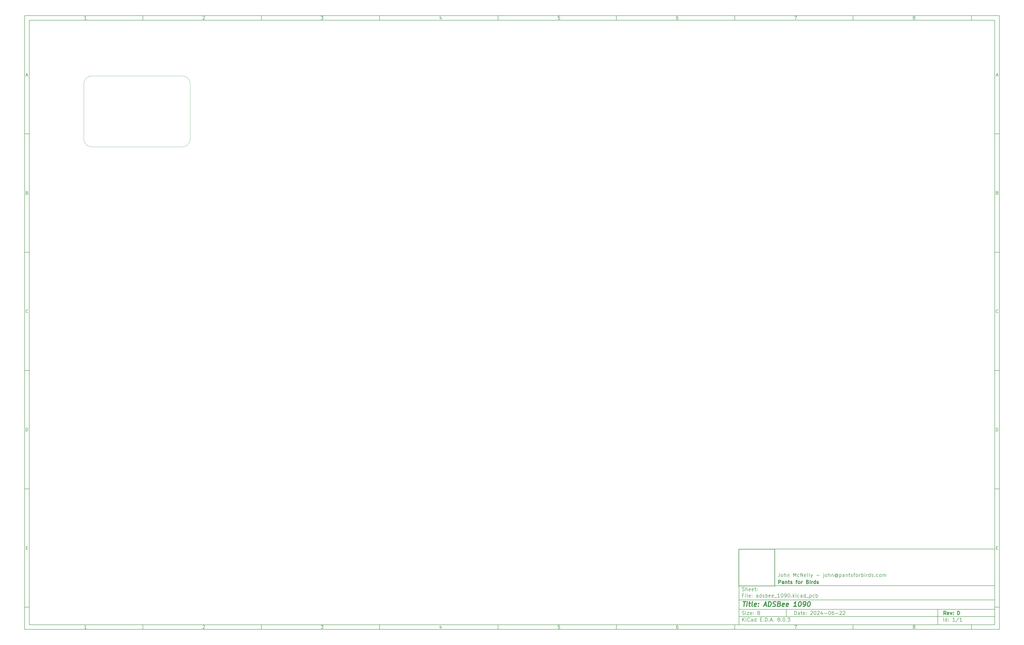
<source format=gbr>
G04 #@! TF.GenerationSoftware,KiCad,Pcbnew,8.0.3*
G04 #@! TF.CreationDate,2024-06-22T03:08:14-07:00*
G04 #@! TF.ProjectId,adsbee_1090,61647362-6565-45f3-9130-39302e6b6963,D*
G04 #@! TF.SameCoordinates,Original*
G04 #@! TF.FileFunction,Profile,NP*
%FSLAX46Y46*%
G04 Gerber Fmt 4.6, Leading zero omitted, Abs format (unit mm)*
G04 Created by KiCad (PCBNEW 8.0.3) date 2024-06-22 03:08:14*
%MOMM*%
%LPD*%
G01*
G04 APERTURE LIST*
%ADD10C,0.100000*%
%ADD11C,0.150000*%
%ADD12C,0.300000*%
%ADD13C,0.400000*%
G04 #@! TA.AperFunction,Profile*
%ADD14C,0.100000*%
G04 #@! TD*
G04 APERTURE END LIST*
D10*
X311457819Y-235654619D02*
X311457819Y-251240982D01*
X327044182Y-251240982D01*
X327044182Y-235654619D01*
X311457819Y-235654619D01*
D11*
X311800000Y-235400000D02*
X419800000Y-235400000D01*
X419800000Y-267400000D01*
X311800000Y-267400000D01*
X311800000Y-235400000D01*
D10*
D11*
X10000000Y-10000000D02*
X421800000Y-10000000D01*
X421800000Y-269400000D01*
X10000000Y-269400000D01*
X10000000Y-10000000D01*
D10*
D11*
X12000000Y-12000000D02*
X419800000Y-12000000D01*
X419800000Y-267400000D01*
X12000000Y-267400000D01*
X12000000Y-12000000D01*
D10*
D11*
X60000000Y-12000000D02*
X60000000Y-10000000D01*
D10*
D11*
X110000000Y-12000000D02*
X110000000Y-10000000D01*
D10*
D11*
X160000000Y-12000000D02*
X160000000Y-10000000D01*
D10*
D11*
X210000000Y-12000000D02*
X210000000Y-10000000D01*
D10*
D11*
X260000000Y-12000000D02*
X260000000Y-10000000D01*
D10*
D11*
X310000000Y-12000000D02*
X310000000Y-10000000D01*
D10*
D11*
X360000000Y-12000000D02*
X360000000Y-10000000D01*
D10*
D11*
X410000000Y-12000000D02*
X410000000Y-10000000D01*
D10*
D11*
X36089160Y-11593604D02*
X35346303Y-11593604D01*
X35717731Y-11593604D02*
X35717731Y-10293604D01*
X35717731Y-10293604D02*
X35593922Y-10479319D01*
X35593922Y-10479319D02*
X35470112Y-10603128D01*
X35470112Y-10603128D02*
X35346303Y-10665033D01*
D10*
D11*
X85346303Y-10417414D02*
X85408207Y-10355509D01*
X85408207Y-10355509D02*
X85532017Y-10293604D01*
X85532017Y-10293604D02*
X85841541Y-10293604D01*
X85841541Y-10293604D02*
X85965350Y-10355509D01*
X85965350Y-10355509D02*
X86027255Y-10417414D01*
X86027255Y-10417414D02*
X86089160Y-10541223D01*
X86089160Y-10541223D02*
X86089160Y-10665033D01*
X86089160Y-10665033D02*
X86027255Y-10850747D01*
X86027255Y-10850747D02*
X85284398Y-11593604D01*
X85284398Y-11593604D02*
X86089160Y-11593604D01*
D10*
D11*
X135284398Y-10293604D02*
X136089160Y-10293604D01*
X136089160Y-10293604D02*
X135655826Y-10788842D01*
X135655826Y-10788842D02*
X135841541Y-10788842D01*
X135841541Y-10788842D02*
X135965350Y-10850747D01*
X135965350Y-10850747D02*
X136027255Y-10912652D01*
X136027255Y-10912652D02*
X136089160Y-11036461D01*
X136089160Y-11036461D02*
X136089160Y-11345985D01*
X136089160Y-11345985D02*
X136027255Y-11469795D01*
X136027255Y-11469795D02*
X135965350Y-11531700D01*
X135965350Y-11531700D02*
X135841541Y-11593604D01*
X135841541Y-11593604D02*
X135470112Y-11593604D01*
X135470112Y-11593604D02*
X135346303Y-11531700D01*
X135346303Y-11531700D02*
X135284398Y-11469795D01*
D10*
D11*
X185965350Y-10726938D02*
X185965350Y-11593604D01*
X185655826Y-10231700D02*
X185346303Y-11160271D01*
X185346303Y-11160271D02*
X186151064Y-11160271D01*
D10*
D11*
X236027255Y-10293604D02*
X235408207Y-10293604D01*
X235408207Y-10293604D02*
X235346303Y-10912652D01*
X235346303Y-10912652D02*
X235408207Y-10850747D01*
X235408207Y-10850747D02*
X235532017Y-10788842D01*
X235532017Y-10788842D02*
X235841541Y-10788842D01*
X235841541Y-10788842D02*
X235965350Y-10850747D01*
X235965350Y-10850747D02*
X236027255Y-10912652D01*
X236027255Y-10912652D02*
X236089160Y-11036461D01*
X236089160Y-11036461D02*
X236089160Y-11345985D01*
X236089160Y-11345985D02*
X236027255Y-11469795D01*
X236027255Y-11469795D02*
X235965350Y-11531700D01*
X235965350Y-11531700D02*
X235841541Y-11593604D01*
X235841541Y-11593604D02*
X235532017Y-11593604D01*
X235532017Y-11593604D02*
X235408207Y-11531700D01*
X235408207Y-11531700D02*
X235346303Y-11469795D01*
D10*
D11*
X285965350Y-10293604D02*
X285717731Y-10293604D01*
X285717731Y-10293604D02*
X285593922Y-10355509D01*
X285593922Y-10355509D02*
X285532017Y-10417414D01*
X285532017Y-10417414D02*
X285408207Y-10603128D01*
X285408207Y-10603128D02*
X285346303Y-10850747D01*
X285346303Y-10850747D02*
X285346303Y-11345985D01*
X285346303Y-11345985D02*
X285408207Y-11469795D01*
X285408207Y-11469795D02*
X285470112Y-11531700D01*
X285470112Y-11531700D02*
X285593922Y-11593604D01*
X285593922Y-11593604D02*
X285841541Y-11593604D01*
X285841541Y-11593604D02*
X285965350Y-11531700D01*
X285965350Y-11531700D02*
X286027255Y-11469795D01*
X286027255Y-11469795D02*
X286089160Y-11345985D01*
X286089160Y-11345985D02*
X286089160Y-11036461D01*
X286089160Y-11036461D02*
X286027255Y-10912652D01*
X286027255Y-10912652D02*
X285965350Y-10850747D01*
X285965350Y-10850747D02*
X285841541Y-10788842D01*
X285841541Y-10788842D02*
X285593922Y-10788842D01*
X285593922Y-10788842D02*
X285470112Y-10850747D01*
X285470112Y-10850747D02*
X285408207Y-10912652D01*
X285408207Y-10912652D02*
X285346303Y-11036461D01*
D10*
D11*
X335284398Y-10293604D02*
X336151064Y-10293604D01*
X336151064Y-10293604D02*
X335593922Y-11593604D01*
D10*
D11*
X385593922Y-10850747D02*
X385470112Y-10788842D01*
X385470112Y-10788842D02*
X385408207Y-10726938D01*
X385408207Y-10726938D02*
X385346303Y-10603128D01*
X385346303Y-10603128D02*
X385346303Y-10541223D01*
X385346303Y-10541223D02*
X385408207Y-10417414D01*
X385408207Y-10417414D02*
X385470112Y-10355509D01*
X385470112Y-10355509D02*
X385593922Y-10293604D01*
X385593922Y-10293604D02*
X385841541Y-10293604D01*
X385841541Y-10293604D02*
X385965350Y-10355509D01*
X385965350Y-10355509D02*
X386027255Y-10417414D01*
X386027255Y-10417414D02*
X386089160Y-10541223D01*
X386089160Y-10541223D02*
X386089160Y-10603128D01*
X386089160Y-10603128D02*
X386027255Y-10726938D01*
X386027255Y-10726938D02*
X385965350Y-10788842D01*
X385965350Y-10788842D02*
X385841541Y-10850747D01*
X385841541Y-10850747D02*
X385593922Y-10850747D01*
X385593922Y-10850747D02*
X385470112Y-10912652D01*
X385470112Y-10912652D02*
X385408207Y-10974557D01*
X385408207Y-10974557D02*
X385346303Y-11098366D01*
X385346303Y-11098366D02*
X385346303Y-11345985D01*
X385346303Y-11345985D02*
X385408207Y-11469795D01*
X385408207Y-11469795D02*
X385470112Y-11531700D01*
X385470112Y-11531700D02*
X385593922Y-11593604D01*
X385593922Y-11593604D02*
X385841541Y-11593604D01*
X385841541Y-11593604D02*
X385965350Y-11531700D01*
X385965350Y-11531700D02*
X386027255Y-11469795D01*
X386027255Y-11469795D02*
X386089160Y-11345985D01*
X386089160Y-11345985D02*
X386089160Y-11098366D01*
X386089160Y-11098366D02*
X386027255Y-10974557D01*
X386027255Y-10974557D02*
X385965350Y-10912652D01*
X385965350Y-10912652D02*
X385841541Y-10850747D01*
D10*
D11*
X60000000Y-267400000D02*
X60000000Y-269400000D01*
D10*
D11*
X110000000Y-267400000D02*
X110000000Y-269400000D01*
D10*
D11*
X160000000Y-267400000D02*
X160000000Y-269400000D01*
D10*
D11*
X210000000Y-267400000D02*
X210000000Y-269400000D01*
D10*
D11*
X260000000Y-267400000D02*
X260000000Y-269400000D01*
D10*
D11*
X310000000Y-267400000D02*
X310000000Y-269400000D01*
D10*
D11*
X360000000Y-267400000D02*
X360000000Y-269400000D01*
D10*
D11*
X410000000Y-267400000D02*
X410000000Y-269400000D01*
D10*
D11*
X36089160Y-268993604D02*
X35346303Y-268993604D01*
X35717731Y-268993604D02*
X35717731Y-267693604D01*
X35717731Y-267693604D02*
X35593922Y-267879319D01*
X35593922Y-267879319D02*
X35470112Y-268003128D01*
X35470112Y-268003128D02*
X35346303Y-268065033D01*
D10*
D11*
X85346303Y-267817414D02*
X85408207Y-267755509D01*
X85408207Y-267755509D02*
X85532017Y-267693604D01*
X85532017Y-267693604D02*
X85841541Y-267693604D01*
X85841541Y-267693604D02*
X85965350Y-267755509D01*
X85965350Y-267755509D02*
X86027255Y-267817414D01*
X86027255Y-267817414D02*
X86089160Y-267941223D01*
X86089160Y-267941223D02*
X86089160Y-268065033D01*
X86089160Y-268065033D02*
X86027255Y-268250747D01*
X86027255Y-268250747D02*
X85284398Y-268993604D01*
X85284398Y-268993604D02*
X86089160Y-268993604D01*
D10*
D11*
X135284398Y-267693604D02*
X136089160Y-267693604D01*
X136089160Y-267693604D02*
X135655826Y-268188842D01*
X135655826Y-268188842D02*
X135841541Y-268188842D01*
X135841541Y-268188842D02*
X135965350Y-268250747D01*
X135965350Y-268250747D02*
X136027255Y-268312652D01*
X136027255Y-268312652D02*
X136089160Y-268436461D01*
X136089160Y-268436461D02*
X136089160Y-268745985D01*
X136089160Y-268745985D02*
X136027255Y-268869795D01*
X136027255Y-268869795D02*
X135965350Y-268931700D01*
X135965350Y-268931700D02*
X135841541Y-268993604D01*
X135841541Y-268993604D02*
X135470112Y-268993604D01*
X135470112Y-268993604D02*
X135346303Y-268931700D01*
X135346303Y-268931700D02*
X135284398Y-268869795D01*
D10*
D11*
X185965350Y-268126938D02*
X185965350Y-268993604D01*
X185655826Y-267631700D02*
X185346303Y-268560271D01*
X185346303Y-268560271D02*
X186151064Y-268560271D01*
D10*
D11*
X236027255Y-267693604D02*
X235408207Y-267693604D01*
X235408207Y-267693604D02*
X235346303Y-268312652D01*
X235346303Y-268312652D02*
X235408207Y-268250747D01*
X235408207Y-268250747D02*
X235532017Y-268188842D01*
X235532017Y-268188842D02*
X235841541Y-268188842D01*
X235841541Y-268188842D02*
X235965350Y-268250747D01*
X235965350Y-268250747D02*
X236027255Y-268312652D01*
X236027255Y-268312652D02*
X236089160Y-268436461D01*
X236089160Y-268436461D02*
X236089160Y-268745985D01*
X236089160Y-268745985D02*
X236027255Y-268869795D01*
X236027255Y-268869795D02*
X235965350Y-268931700D01*
X235965350Y-268931700D02*
X235841541Y-268993604D01*
X235841541Y-268993604D02*
X235532017Y-268993604D01*
X235532017Y-268993604D02*
X235408207Y-268931700D01*
X235408207Y-268931700D02*
X235346303Y-268869795D01*
D10*
D11*
X285965350Y-267693604D02*
X285717731Y-267693604D01*
X285717731Y-267693604D02*
X285593922Y-267755509D01*
X285593922Y-267755509D02*
X285532017Y-267817414D01*
X285532017Y-267817414D02*
X285408207Y-268003128D01*
X285408207Y-268003128D02*
X285346303Y-268250747D01*
X285346303Y-268250747D02*
X285346303Y-268745985D01*
X285346303Y-268745985D02*
X285408207Y-268869795D01*
X285408207Y-268869795D02*
X285470112Y-268931700D01*
X285470112Y-268931700D02*
X285593922Y-268993604D01*
X285593922Y-268993604D02*
X285841541Y-268993604D01*
X285841541Y-268993604D02*
X285965350Y-268931700D01*
X285965350Y-268931700D02*
X286027255Y-268869795D01*
X286027255Y-268869795D02*
X286089160Y-268745985D01*
X286089160Y-268745985D02*
X286089160Y-268436461D01*
X286089160Y-268436461D02*
X286027255Y-268312652D01*
X286027255Y-268312652D02*
X285965350Y-268250747D01*
X285965350Y-268250747D02*
X285841541Y-268188842D01*
X285841541Y-268188842D02*
X285593922Y-268188842D01*
X285593922Y-268188842D02*
X285470112Y-268250747D01*
X285470112Y-268250747D02*
X285408207Y-268312652D01*
X285408207Y-268312652D02*
X285346303Y-268436461D01*
D10*
D11*
X335284398Y-267693604D02*
X336151064Y-267693604D01*
X336151064Y-267693604D02*
X335593922Y-268993604D01*
D10*
D11*
X385593922Y-268250747D02*
X385470112Y-268188842D01*
X385470112Y-268188842D02*
X385408207Y-268126938D01*
X385408207Y-268126938D02*
X385346303Y-268003128D01*
X385346303Y-268003128D02*
X385346303Y-267941223D01*
X385346303Y-267941223D02*
X385408207Y-267817414D01*
X385408207Y-267817414D02*
X385470112Y-267755509D01*
X385470112Y-267755509D02*
X385593922Y-267693604D01*
X385593922Y-267693604D02*
X385841541Y-267693604D01*
X385841541Y-267693604D02*
X385965350Y-267755509D01*
X385965350Y-267755509D02*
X386027255Y-267817414D01*
X386027255Y-267817414D02*
X386089160Y-267941223D01*
X386089160Y-267941223D02*
X386089160Y-268003128D01*
X386089160Y-268003128D02*
X386027255Y-268126938D01*
X386027255Y-268126938D02*
X385965350Y-268188842D01*
X385965350Y-268188842D02*
X385841541Y-268250747D01*
X385841541Y-268250747D02*
X385593922Y-268250747D01*
X385593922Y-268250747D02*
X385470112Y-268312652D01*
X385470112Y-268312652D02*
X385408207Y-268374557D01*
X385408207Y-268374557D02*
X385346303Y-268498366D01*
X385346303Y-268498366D02*
X385346303Y-268745985D01*
X385346303Y-268745985D02*
X385408207Y-268869795D01*
X385408207Y-268869795D02*
X385470112Y-268931700D01*
X385470112Y-268931700D02*
X385593922Y-268993604D01*
X385593922Y-268993604D02*
X385841541Y-268993604D01*
X385841541Y-268993604D02*
X385965350Y-268931700D01*
X385965350Y-268931700D02*
X386027255Y-268869795D01*
X386027255Y-268869795D02*
X386089160Y-268745985D01*
X386089160Y-268745985D02*
X386089160Y-268498366D01*
X386089160Y-268498366D02*
X386027255Y-268374557D01*
X386027255Y-268374557D02*
X385965350Y-268312652D01*
X385965350Y-268312652D02*
X385841541Y-268250747D01*
D10*
D11*
X10000000Y-60000000D02*
X12000000Y-60000000D01*
D10*
D11*
X10000000Y-110000000D02*
X12000000Y-110000000D01*
D10*
D11*
X10000000Y-160000000D02*
X12000000Y-160000000D01*
D10*
D11*
X10000000Y-210000000D02*
X12000000Y-210000000D01*
D10*
D11*
X10000000Y-260000000D02*
X12000000Y-260000000D01*
D10*
D11*
X10690476Y-35222176D02*
X11309523Y-35222176D01*
X10566666Y-35593604D02*
X10999999Y-34293604D01*
X10999999Y-34293604D02*
X11433333Y-35593604D01*
D10*
D11*
X11092857Y-84912652D02*
X11278571Y-84974557D01*
X11278571Y-84974557D02*
X11340476Y-85036461D01*
X11340476Y-85036461D02*
X11402380Y-85160271D01*
X11402380Y-85160271D02*
X11402380Y-85345985D01*
X11402380Y-85345985D02*
X11340476Y-85469795D01*
X11340476Y-85469795D02*
X11278571Y-85531700D01*
X11278571Y-85531700D02*
X11154761Y-85593604D01*
X11154761Y-85593604D02*
X10659523Y-85593604D01*
X10659523Y-85593604D02*
X10659523Y-84293604D01*
X10659523Y-84293604D02*
X11092857Y-84293604D01*
X11092857Y-84293604D02*
X11216666Y-84355509D01*
X11216666Y-84355509D02*
X11278571Y-84417414D01*
X11278571Y-84417414D02*
X11340476Y-84541223D01*
X11340476Y-84541223D02*
X11340476Y-84665033D01*
X11340476Y-84665033D02*
X11278571Y-84788842D01*
X11278571Y-84788842D02*
X11216666Y-84850747D01*
X11216666Y-84850747D02*
X11092857Y-84912652D01*
X11092857Y-84912652D02*
X10659523Y-84912652D01*
D10*
D11*
X11402380Y-135469795D02*
X11340476Y-135531700D01*
X11340476Y-135531700D02*
X11154761Y-135593604D01*
X11154761Y-135593604D02*
X11030952Y-135593604D01*
X11030952Y-135593604D02*
X10845238Y-135531700D01*
X10845238Y-135531700D02*
X10721428Y-135407890D01*
X10721428Y-135407890D02*
X10659523Y-135284080D01*
X10659523Y-135284080D02*
X10597619Y-135036461D01*
X10597619Y-135036461D02*
X10597619Y-134850747D01*
X10597619Y-134850747D02*
X10659523Y-134603128D01*
X10659523Y-134603128D02*
X10721428Y-134479319D01*
X10721428Y-134479319D02*
X10845238Y-134355509D01*
X10845238Y-134355509D02*
X11030952Y-134293604D01*
X11030952Y-134293604D02*
X11154761Y-134293604D01*
X11154761Y-134293604D02*
X11340476Y-134355509D01*
X11340476Y-134355509D02*
X11402380Y-134417414D01*
D10*
D11*
X10659523Y-185593604D02*
X10659523Y-184293604D01*
X10659523Y-184293604D02*
X10969047Y-184293604D01*
X10969047Y-184293604D02*
X11154761Y-184355509D01*
X11154761Y-184355509D02*
X11278571Y-184479319D01*
X11278571Y-184479319D02*
X11340476Y-184603128D01*
X11340476Y-184603128D02*
X11402380Y-184850747D01*
X11402380Y-184850747D02*
X11402380Y-185036461D01*
X11402380Y-185036461D02*
X11340476Y-185284080D01*
X11340476Y-185284080D02*
X11278571Y-185407890D01*
X11278571Y-185407890D02*
X11154761Y-185531700D01*
X11154761Y-185531700D02*
X10969047Y-185593604D01*
X10969047Y-185593604D02*
X10659523Y-185593604D01*
D10*
D11*
X10721428Y-234912652D02*
X11154762Y-234912652D01*
X11340476Y-235593604D02*
X10721428Y-235593604D01*
X10721428Y-235593604D02*
X10721428Y-234293604D01*
X10721428Y-234293604D02*
X11340476Y-234293604D01*
D10*
D11*
X421800000Y-60000000D02*
X419800000Y-60000000D01*
D10*
D11*
X421800000Y-110000000D02*
X419800000Y-110000000D01*
D10*
D11*
X421800000Y-160000000D02*
X419800000Y-160000000D01*
D10*
D11*
X421800000Y-210000000D02*
X419800000Y-210000000D01*
D10*
D11*
X421800000Y-260000000D02*
X419800000Y-260000000D01*
D10*
D11*
X420490476Y-35222176D02*
X421109523Y-35222176D01*
X420366666Y-35593604D02*
X420799999Y-34293604D01*
X420799999Y-34293604D02*
X421233333Y-35593604D01*
D10*
D11*
X420892857Y-84912652D02*
X421078571Y-84974557D01*
X421078571Y-84974557D02*
X421140476Y-85036461D01*
X421140476Y-85036461D02*
X421202380Y-85160271D01*
X421202380Y-85160271D02*
X421202380Y-85345985D01*
X421202380Y-85345985D02*
X421140476Y-85469795D01*
X421140476Y-85469795D02*
X421078571Y-85531700D01*
X421078571Y-85531700D02*
X420954761Y-85593604D01*
X420954761Y-85593604D02*
X420459523Y-85593604D01*
X420459523Y-85593604D02*
X420459523Y-84293604D01*
X420459523Y-84293604D02*
X420892857Y-84293604D01*
X420892857Y-84293604D02*
X421016666Y-84355509D01*
X421016666Y-84355509D02*
X421078571Y-84417414D01*
X421078571Y-84417414D02*
X421140476Y-84541223D01*
X421140476Y-84541223D02*
X421140476Y-84665033D01*
X421140476Y-84665033D02*
X421078571Y-84788842D01*
X421078571Y-84788842D02*
X421016666Y-84850747D01*
X421016666Y-84850747D02*
X420892857Y-84912652D01*
X420892857Y-84912652D02*
X420459523Y-84912652D01*
D10*
D11*
X421202380Y-135469795D02*
X421140476Y-135531700D01*
X421140476Y-135531700D02*
X420954761Y-135593604D01*
X420954761Y-135593604D02*
X420830952Y-135593604D01*
X420830952Y-135593604D02*
X420645238Y-135531700D01*
X420645238Y-135531700D02*
X420521428Y-135407890D01*
X420521428Y-135407890D02*
X420459523Y-135284080D01*
X420459523Y-135284080D02*
X420397619Y-135036461D01*
X420397619Y-135036461D02*
X420397619Y-134850747D01*
X420397619Y-134850747D02*
X420459523Y-134603128D01*
X420459523Y-134603128D02*
X420521428Y-134479319D01*
X420521428Y-134479319D02*
X420645238Y-134355509D01*
X420645238Y-134355509D02*
X420830952Y-134293604D01*
X420830952Y-134293604D02*
X420954761Y-134293604D01*
X420954761Y-134293604D02*
X421140476Y-134355509D01*
X421140476Y-134355509D02*
X421202380Y-134417414D01*
D10*
D11*
X420459523Y-185593604D02*
X420459523Y-184293604D01*
X420459523Y-184293604D02*
X420769047Y-184293604D01*
X420769047Y-184293604D02*
X420954761Y-184355509D01*
X420954761Y-184355509D02*
X421078571Y-184479319D01*
X421078571Y-184479319D02*
X421140476Y-184603128D01*
X421140476Y-184603128D02*
X421202380Y-184850747D01*
X421202380Y-184850747D02*
X421202380Y-185036461D01*
X421202380Y-185036461D02*
X421140476Y-185284080D01*
X421140476Y-185284080D02*
X421078571Y-185407890D01*
X421078571Y-185407890D02*
X420954761Y-185531700D01*
X420954761Y-185531700D02*
X420769047Y-185593604D01*
X420769047Y-185593604D02*
X420459523Y-185593604D01*
D10*
D11*
X420521428Y-234912652D02*
X420954762Y-234912652D01*
X421140476Y-235593604D02*
X420521428Y-235593604D01*
X420521428Y-235593604D02*
X420521428Y-234293604D01*
X420521428Y-234293604D02*
X421140476Y-234293604D01*
D10*
D11*
X335255826Y-263186128D02*
X335255826Y-261686128D01*
X335255826Y-261686128D02*
X335612969Y-261686128D01*
X335612969Y-261686128D02*
X335827255Y-261757557D01*
X335827255Y-261757557D02*
X335970112Y-261900414D01*
X335970112Y-261900414D02*
X336041541Y-262043271D01*
X336041541Y-262043271D02*
X336112969Y-262328985D01*
X336112969Y-262328985D02*
X336112969Y-262543271D01*
X336112969Y-262543271D02*
X336041541Y-262828985D01*
X336041541Y-262828985D02*
X335970112Y-262971842D01*
X335970112Y-262971842D02*
X335827255Y-263114700D01*
X335827255Y-263114700D02*
X335612969Y-263186128D01*
X335612969Y-263186128D02*
X335255826Y-263186128D01*
X337398684Y-263186128D02*
X337398684Y-262400414D01*
X337398684Y-262400414D02*
X337327255Y-262257557D01*
X337327255Y-262257557D02*
X337184398Y-262186128D01*
X337184398Y-262186128D02*
X336898684Y-262186128D01*
X336898684Y-262186128D02*
X336755826Y-262257557D01*
X337398684Y-263114700D02*
X337255826Y-263186128D01*
X337255826Y-263186128D02*
X336898684Y-263186128D01*
X336898684Y-263186128D02*
X336755826Y-263114700D01*
X336755826Y-263114700D02*
X336684398Y-262971842D01*
X336684398Y-262971842D02*
X336684398Y-262828985D01*
X336684398Y-262828985D02*
X336755826Y-262686128D01*
X336755826Y-262686128D02*
X336898684Y-262614700D01*
X336898684Y-262614700D02*
X337255826Y-262614700D01*
X337255826Y-262614700D02*
X337398684Y-262543271D01*
X337898684Y-262186128D02*
X338470112Y-262186128D01*
X338112969Y-261686128D02*
X338112969Y-262971842D01*
X338112969Y-262971842D02*
X338184398Y-263114700D01*
X338184398Y-263114700D02*
X338327255Y-263186128D01*
X338327255Y-263186128D02*
X338470112Y-263186128D01*
X339541541Y-263114700D02*
X339398684Y-263186128D01*
X339398684Y-263186128D02*
X339112970Y-263186128D01*
X339112970Y-263186128D02*
X338970112Y-263114700D01*
X338970112Y-263114700D02*
X338898684Y-262971842D01*
X338898684Y-262971842D02*
X338898684Y-262400414D01*
X338898684Y-262400414D02*
X338970112Y-262257557D01*
X338970112Y-262257557D02*
X339112970Y-262186128D01*
X339112970Y-262186128D02*
X339398684Y-262186128D01*
X339398684Y-262186128D02*
X339541541Y-262257557D01*
X339541541Y-262257557D02*
X339612970Y-262400414D01*
X339612970Y-262400414D02*
X339612970Y-262543271D01*
X339612970Y-262543271D02*
X338898684Y-262686128D01*
X340255826Y-263043271D02*
X340327255Y-263114700D01*
X340327255Y-263114700D02*
X340255826Y-263186128D01*
X340255826Y-263186128D02*
X340184398Y-263114700D01*
X340184398Y-263114700D02*
X340255826Y-263043271D01*
X340255826Y-263043271D02*
X340255826Y-263186128D01*
X340255826Y-262257557D02*
X340327255Y-262328985D01*
X340327255Y-262328985D02*
X340255826Y-262400414D01*
X340255826Y-262400414D02*
X340184398Y-262328985D01*
X340184398Y-262328985D02*
X340255826Y-262257557D01*
X340255826Y-262257557D02*
X340255826Y-262400414D01*
X342041541Y-261828985D02*
X342112969Y-261757557D01*
X342112969Y-261757557D02*
X342255827Y-261686128D01*
X342255827Y-261686128D02*
X342612969Y-261686128D01*
X342612969Y-261686128D02*
X342755827Y-261757557D01*
X342755827Y-261757557D02*
X342827255Y-261828985D01*
X342827255Y-261828985D02*
X342898684Y-261971842D01*
X342898684Y-261971842D02*
X342898684Y-262114700D01*
X342898684Y-262114700D02*
X342827255Y-262328985D01*
X342827255Y-262328985D02*
X341970112Y-263186128D01*
X341970112Y-263186128D02*
X342898684Y-263186128D01*
X343827255Y-261686128D02*
X343970112Y-261686128D01*
X343970112Y-261686128D02*
X344112969Y-261757557D01*
X344112969Y-261757557D02*
X344184398Y-261828985D01*
X344184398Y-261828985D02*
X344255826Y-261971842D01*
X344255826Y-261971842D02*
X344327255Y-262257557D01*
X344327255Y-262257557D02*
X344327255Y-262614700D01*
X344327255Y-262614700D02*
X344255826Y-262900414D01*
X344255826Y-262900414D02*
X344184398Y-263043271D01*
X344184398Y-263043271D02*
X344112969Y-263114700D01*
X344112969Y-263114700D02*
X343970112Y-263186128D01*
X343970112Y-263186128D02*
X343827255Y-263186128D01*
X343827255Y-263186128D02*
X343684398Y-263114700D01*
X343684398Y-263114700D02*
X343612969Y-263043271D01*
X343612969Y-263043271D02*
X343541540Y-262900414D01*
X343541540Y-262900414D02*
X343470112Y-262614700D01*
X343470112Y-262614700D02*
X343470112Y-262257557D01*
X343470112Y-262257557D02*
X343541540Y-261971842D01*
X343541540Y-261971842D02*
X343612969Y-261828985D01*
X343612969Y-261828985D02*
X343684398Y-261757557D01*
X343684398Y-261757557D02*
X343827255Y-261686128D01*
X344898683Y-261828985D02*
X344970111Y-261757557D01*
X344970111Y-261757557D02*
X345112969Y-261686128D01*
X345112969Y-261686128D02*
X345470111Y-261686128D01*
X345470111Y-261686128D02*
X345612969Y-261757557D01*
X345612969Y-261757557D02*
X345684397Y-261828985D01*
X345684397Y-261828985D02*
X345755826Y-261971842D01*
X345755826Y-261971842D02*
X345755826Y-262114700D01*
X345755826Y-262114700D02*
X345684397Y-262328985D01*
X345684397Y-262328985D02*
X344827254Y-263186128D01*
X344827254Y-263186128D02*
X345755826Y-263186128D01*
X347041540Y-262186128D02*
X347041540Y-263186128D01*
X346684397Y-261614700D02*
X346327254Y-262686128D01*
X346327254Y-262686128D02*
X347255825Y-262686128D01*
X347827253Y-262614700D02*
X348970111Y-262614700D01*
X349970111Y-261686128D02*
X350112968Y-261686128D01*
X350112968Y-261686128D02*
X350255825Y-261757557D01*
X350255825Y-261757557D02*
X350327254Y-261828985D01*
X350327254Y-261828985D02*
X350398682Y-261971842D01*
X350398682Y-261971842D02*
X350470111Y-262257557D01*
X350470111Y-262257557D02*
X350470111Y-262614700D01*
X350470111Y-262614700D02*
X350398682Y-262900414D01*
X350398682Y-262900414D02*
X350327254Y-263043271D01*
X350327254Y-263043271D02*
X350255825Y-263114700D01*
X350255825Y-263114700D02*
X350112968Y-263186128D01*
X350112968Y-263186128D02*
X349970111Y-263186128D01*
X349970111Y-263186128D02*
X349827254Y-263114700D01*
X349827254Y-263114700D02*
X349755825Y-263043271D01*
X349755825Y-263043271D02*
X349684396Y-262900414D01*
X349684396Y-262900414D02*
X349612968Y-262614700D01*
X349612968Y-262614700D02*
X349612968Y-262257557D01*
X349612968Y-262257557D02*
X349684396Y-261971842D01*
X349684396Y-261971842D02*
X349755825Y-261828985D01*
X349755825Y-261828985D02*
X349827254Y-261757557D01*
X349827254Y-261757557D02*
X349970111Y-261686128D01*
X351755825Y-261686128D02*
X351470110Y-261686128D01*
X351470110Y-261686128D02*
X351327253Y-261757557D01*
X351327253Y-261757557D02*
X351255825Y-261828985D01*
X351255825Y-261828985D02*
X351112967Y-262043271D01*
X351112967Y-262043271D02*
X351041539Y-262328985D01*
X351041539Y-262328985D02*
X351041539Y-262900414D01*
X351041539Y-262900414D02*
X351112967Y-263043271D01*
X351112967Y-263043271D02*
X351184396Y-263114700D01*
X351184396Y-263114700D02*
X351327253Y-263186128D01*
X351327253Y-263186128D02*
X351612967Y-263186128D01*
X351612967Y-263186128D02*
X351755825Y-263114700D01*
X351755825Y-263114700D02*
X351827253Y-263043271D01*
X351827253Y-263043271D02*
X351898682Y-262900414D01*
X351898682Y-262900414D02*
X351898682Y-262543271D01*
X351898682Y-262543271D02*
X351827253Y-262400414D01*
X351827253Y-262400414D02*
X351755825Y-262328985D01*
X351755825Y-262328985D02*
X351612967Y-262257557D01*
X351612967Y-262257557D02*
X351327253Y-262257557D01*
X351327253Y-262257557D02*
X351184396Y-262328985D01*
X351184396Y-262328985D02*
X351112967Y-262400414D01*
X351112967Y-262400414D02*
X351041539Y-262543271D01*
X352541538Y-262614700D02*
X353684396Y-262614700D01*
X354327253Y-261828985D02*
X354398681Y-261757557D01*
X354398681Y-261757557D02*
X354541539Y-261686128D01*
X354541539Y-261686128D02*
X354898681Y-261686128D01*
X354898681Y-261686128D02*
X355041539Y-261757557D01*
X355041539Y-261757557D02*
X355112967Y-261828985D01*
X355112967Y-261828985D02*
X355184396Y-261971842D01*
X355184396Y-261971842D02*
X355184396Y-262114700D01*
X355184396Y-262114700D02*
X355112967Y-262328985D01*
X355112967Y-262328985D02*
X354255824Y-263186128D01*
X354255824Y-263186128D02*
X355184396Y-263186128D01*
X355755824Y-261828985D02*
X355827252Y-261757557D01*
X355827252Y-261757557D02*
X355970110Y-261686128D01*
X355970110Y-261686128D02*
X356327252Y-261686128D01*
X356327252Y-261686128D02*
X356470110Y-261757557D01*
X356470110Y-261757557D02*
X356541538Y-261828985D01*
X356541538Y-261828985D02*
X356612967Y-261971842D01*
X356612967Y-261971842D02*
X356612967Y-262114700D01*
X356612967Y-262114700D02*
X356541538Y-262328985D01*
X356541538Y-262328985D02*
X355684395Y-263186128D01*
X355684395Y-263186128D02*
X356612967Y-263186128D01*
D10*
D11*
X311800000Y-263900000D02*
X419800000Y-263900000D01*
D10*
D11*
X313255826Y-265986128D02*
X313255826Y-264486128D01*
X314112969Y-265986128D02*
X313470112Y-265128985D01*
X314112969Y-264486128D02*
X313255826Y-265343271D01*
X314755826Y-265986128D02*
X314755826Y-264986128D01*
X314755826Y-264486128D02*
X314684398Y-264557557D01*
X314684398Y-264557557D02*
X314755826Y-264628985D01*
X314755826Y-264628985D02*
X314827255Y-264557557D01*
X314827255Y-264557557D02*
X314755826Y-264486128D01*
X314755826Y-264486128D02*
X314755826Y-264628985D01*
X316327255Y-265843271D02*
X316255827Y-265914700D01*
X316255827Y-265914700D02*
X316041541Y-265986128D01*
X316041541Y-265986128D02*
X315898684Y-265986128D01*
X315898684Y-265986128D02*
X315684398Y-265914700D01*
X315684398Y-265914700D02*
X315541541Y-265771842D01*
X315541541Y-265771842D02*
X315470112Y-265628985D01*
X315470112Y-265628985D02*
X315398684Y-265343271D01*
X315398684Y-265343271D02*
X315398684Y-265128985D01*
X315398684Y-265128985D02*
X315470112Y-264843271D01*
X315470112Y-264843271D02*
X315541541Y-264700414D01*
X315541541Y-264700414D02*
X315684398Y-264557557D01*
X315684398Y-264557557D02*
X315898684Y-264486128D01*
X315898684Y-264486128D02*
X316041541Y-264486128D01*
X316041541Y-264486128D02*
X316255827Y-264557557D01*
X316255827Y-264557557D02*
X316327255Y-264628985D01*
X317612970Y-265986128D02*
X317612970Y-265200414D01*
X317612970Y-265200414D02*
X317541541Y-265057557D01*
X317541541Y-265057557D02*
X317398684Y-264986128D01*
X317398684Y-264986128D02*
X317112970Y-264986128D01*
X317112970Y-264986128D02*
X316970112Y-265057557D01*
X317612970Y-265914700D02*
X317470112Y-265986128D01*
X317470112Y-265986128D02*
X317112970Y-265986128D01*
X317112970Y-265986128D02*
X316970112Y-265914700D01*
X316970112Y-265914700D02*
X316898684Y-265771842D01*
X316898684Y-265771842D02*
X316898684Y-265628985D01*
X316898684Y-265628985D02*
X316970112Y-265486128D01*
X316970112Y-265486128D02*
X317112970Y-265414700D01*
X317112970Y-265414700D02*
X317470112Y-265414700D01*
X317470112Y-265414700D02*
X317612970Y-265343271D01*
X318970113Y-265986128D02*
X318970113Y-264486128D01*
X318970113Y-265914700D02*
X318827255Y-265986128D01*
X318827255Y-265986128D02*
X318541541Y-265986128D01*
X318541541Y-265986128D02*
X318398684Y-265914700D01*
X318398684Y-265914700D02*
X318327255Y-265843271D01*
X318327255Y-265843271D02*
X318255827Y-265700414D01*
X318255827Y-265700414D02*
X318255827Y-265271842D01*
X318255827Y-265271842D02*
X318327255Y-265128985D01*
X318327255Y-265128985D02*
X318398684Y-265057557D01*
X318398684Y-265057557D02*
X318541541Y-264986128D01*
X318541541Y-264986128D02*
X318827255Y-264986128D01*
X318827255Y-264986128D02*
X318970113Y-265057557D01*
X320827255Y-265200414D02*
X321327255Y-265200414D01*
X321541541Y-265986128D02*
X320827255Y-265986128D01*
X320827255Y-265986128D02*
X320827255Y-264486128D01*
X320827255Y-264486128D02*
X321541541Y-264486128D01*
X322184398Y-265843271D02*
X322255827Y-265914700D01*
X322255827Y-265914700D02*
X322184398Y-265986128D01*
X322184398Y-265986128D02*
X322112970Y-265914700D01*
X322112970Y-265914700D02*
X322184398Y-265843271D01*
X322184398Y-265843271D02*
X322184398Y-265986128D01*
X322898684Y-265986128D02*
X322898684Y-264486128D01*
X322898684Y-264486128D02*
X323255827Y-264486128D01*
X323255827Y-264486128D02*
X323470113Y-264557557D01*
X323470113Y-264557557D02*
X323612970Y-264700414D01*
X323612970Y-264700414D02*
X323684399Y-264843271D01*
X323684399Y-264843271D02*
X323755827Y-265128985D01*
X323755827Y-265128985D02*
X323755827Y-265343271D01*
X323755827Y-265343271D02*
X323684399Y-265628985D01*
X323684399Y-265628985D02*
X323612970Y-265771842D01*
X323612970Y-265771842D02*
X323470113Y-265914700D01*
X323470113Y-265914700D02*
X323255827Y-265986128D01*
X323255827Y-265986128D02*
X322898684Y-265986128D01*
X324398684Y-265843271D02*
X324470113Y-265914700D01*
X324470113Y-265914700D02*
X324398684Y-265986128D01*
X324398684Y-265986128D02*
X324327256Y-265914700D01*
X324327256Y-265914700D02*
X324398684Y-265843271D01*
X324398684Y-265843271D02*
X324398684Y-265986128D01*
X325041542Y-265557557D02*
X325755828Y-265557557D01*
X324898685Y-265986128D02*
X325398685Y-264486128D01*
X325398685Y-264486128D02*
X325898685Y-265986128D01*
X326398684Y-265843271D02*
X326470113Y-265914700D01*
X326470113Y-265914700D02*
X326398684Y-265986128D01*
X326398684Y-265986128D02*
X326327256Y-265914700D01*
X326327256Y-265914700D02*
X326398684Y-265843271D01*
X326398684Y-265843271D02*
X326398684Y-265986128D01*
X328470113Y-265128985D02*
X328327256Y-265057557D01*
X328327256Y-265057557D02*
X328255827Y-264986128D01*
X328255827Y-264986128D02*
X328184399Y-264843271D01*
X328184399Y-264843271D02*
X328184399Y-264771842D01*
X328184399Y-264771842D02*
X328255827Y-264628985D01*
X328255827Y-264628985D02*
X328327256Y-264557557D01*
X328327256Y-264557557D02*
X328470113Y-264486128D01*
X328470113Y-264486128D02*
X328755827Y-264486128D01*
X328755827Y-264486128D02*
X328898685Y-264557557D01*
X328898685Y-264557557D02*
X328970113Y-264628985D01*
X328970113Y-264628985D02*
X329041542Y-264771842D01*
X329041542Y-264771842D02*
X329041542Y-264843271D01*
X329041542Y-264843271D02*
X328970113Y-264986128D01*
X328970113Y-264986128D02*
X328898685Y-265057557D01*
X328898685Y-265057557D02*
X328755827Y-265128985D01*
X328755827Y-265128985D02*
X328470113Y-265128985D01*
X328470113Y-265128985D02*
X328327256Y-265200414D01*
X328327256Y-265200414D02*
X328255827Y-265271842D01*
X328255827Y-265271842D02*
X328184399Y-265414700D01*
X328184399Y-265414700D02*
X328184399Y-265700414D01*
X328184399Y-265700414D02*
X328255827Y-265843271D01*
X328255827Y-265843271D02*
X328327256Y-265914700D01*
X328327256Y-265914700D02*
X328470113Y-265986128D01*
X328470113Y-265986128D02*
X328755827Y-265986128D01*
X328755827Y-265986128D02*
X328898685Y-265914700D01*
X328898685Y-265914700D02*
X328970113Y-265843271D01*
X328970113Y-265843271D02*
X329041542Y-265700414D01*
X329041542Y-265700414D02*
X329041542Y-265414700D01*
X329041542Y-265414700D02*
X328970113Y-265271842D01*
X328970113Y-265271842D02*
X328898685Y-265200414D01*
X328898685Y-265200414D02*
X328755827Y-265128985D01*
X329684398Y-265843271D02*
X329755827Y-265914700D01*
X329755827Y-265914700D02*
X329684398Y-265986128D01*
X329684398Y-265986128D02*
X329612970Y-265914700D01*
X329612970Y-265914700D02*
X329684398Y-265843271D01*
X329684398Y-265843271D02*
X329684398Y-265986128D01*
X330684399Y-264486128D02*
X330827256Y-264486128D01*
X330827256Y-264486128D02*
X330970113Y-264557557D01*
X330970113Y-264557557D02*
X331041542Y-264628985D01*
X331041542Y-264628985D02*
X331112970Y-264771842D01*
X331112970Y-264771842D02*
X331184399Y-265057557D01*
X331184399Y-265057557D02*
X331184399Y-265414700D01*
X331184399Y-265414700D02*
X331112970Y-265700414D01*
X331112970Y-265700414D02*
X331041542Y-265843271D01*
X331041542Y-265843271D02*
X330970113Y-265914700D01*
X330970113Y-265914700D02*
X330827256Y-265986128D01*
X330827256Y-265986128D02*
X330684399Y-265986128D01*
X330684399Y-265986128D02*
X330541542Y-265914700D01*
X330541542Y-265914700D02*
X330470113Y-265843271D01*
X330470113Y-265843271D02*
X330398684Y-265700414D01*
X330398684Y-265700414D02*
X330327256Y-265414700D01*
X330327256Y-265414700D02*
X330327256Y-265057557D01*
X330327256Y-265057557D02*
X330398684Y-264771842D01*
X330398684Y-264771842D02*
X330470113Y-264628985D01*
X330470113Y-264628985D02*
X330541542Y-264557557D01*
X330541542Y-264557557D02*
X330684399Y-264486128D01*
X331827255Y-265843271D02*
X331898684Y-265914700D01*
X331898684Y-265914700D02*
X331827255Y-265986128D01*
X331827255Y-265986128D02*
X331755827Y-265914700D01*
X331755827Y-265914700D02*
X331827255Y-265843271D01*
X331827255Y-265843271D02*
X331827255Y-265986128D01*
X332398684Y-264486128D02*
X333327256Y-264486128D01*
X333327256Y-264486128D02*
X332827256Y-265057557D01*
X332827256Y-265057557D02*
X333041541Y-265057557D01*
X333041541Y-265057557D02*
X333184399Y-265128985D01*
X333184399Y-265128985D02*
X333255827Y-265200414D01*
X333255827Y-265200414D02*
X333327256Y-265343271D01*
X333327256Y-265343271D02*
X333327256Y-265700414D01*
X333327256Y-265700414D02*
X333255827Y-265843271D01*
X333255827Y-265843271D02*
X333184399Y-265914700D01*
X333184399Y-265914700D02*
X333041541Y-265986128D01*
X333041541Y-265986128D02*
X332612970Y-265986128D01*
X332612970Y-265986128D02*
X332470113Y-265914700D01*
X332470113Y-265914700D02*
X332398684Y-265843271D01*
D10*
D11*
X311800000Y-260900000D02*
X419800000Y-260900000D01*
D10*
D12*
X399211653Y-263178328D02*
X398711653Y-262464042D01*
X398354510Y-263178328D02*
X398354510Y-261678328D01*
X398354510Y-261678328D02*
X398925939Y-261678328D01*
X398925939Y-261678328D02*
X399068796Y-261749757D01*
X399068796Y-261749757D02*
X399140225Y-261821185D01*
X399140225Y-261821185D02*
X399211653Y-261964042D01*
X399211653Y-261964042D02*
X399211653Y-262178328D01*
X399211653Y-262178328D02*
X399140225Y-262321185D01*
X399140225Y-262321185D02*
X399068796Y-262392614D01*
X399068796Y-262392614D02*
X398925939Y-262464042D01*
X398925939Y-262464042D02*
X398354510Y-262464042D01*
X400425939Y-263106900D02*
X400283082Y-263178328D01*
X400283082Y-263178328D02*
X399997368Y-263178328D01*
X399997368Y-263178328D02*
X399854510Y-263106900D01*
X399854510Y-263106900D02*
X399783082Y-262964042D01*
X399783082Y-262964042D02*
X399783082Y-262392614D01*
X399783082Y-262392614D02*
X399854510Y-262249757D01*
X399854510Y-262249757D02*
X399997368Y-262178328D01*
X399997368Y-262178328D02*
X400283082Y-262178328D01*
X400283082Y-262178328D02*
X400425939Y-262249757D01*
X400425939Y-262249757D02*
X400497368Y-262392614D01*
X400497368Y-262392614D02*
X400497368Y-262535471D01*
X400497368Y-262535471D02*
X399783082Y-262678328D01*
X400997367Y-262178328D02*
X401354510Y-263178328D01*
X401354510Y-263178328D02*
X401711653Y-262178328D01*
X402283081Y-263035471D02*
X402354510Y-263106900D01*
X402354510Y-263106900D02*
X402283081Y-263178328D01*
X402283081Y-263178328D02*
X402211653Y-263106900D01*
X402211653Y-263106900D02*
X402283081Y-263035471D01*
X402283081Y-263035471D02*
X402283081Y-263178328D01*
X402283081Y-262249757D02*
X402354510Y-262321185D01*
X402354510Y-262321185D02*
X402283081Y-262392614D01*
X402283081Y-262392614D02*
X402211653Y-262321185D01*
X402211653Y-262321185D02*
X402283081Y-262249757D01*
X402283081Y-262249757D02*
X402283081Y-262392614D01*
X404140224Y-263178328D02*
X404140224Y-261678328D01*
X404140224Y-261678328D02*
X404497367Y-261678328D01*
X404497367Y-261678328D02*
X404711653Y-261749757D01*
X404711653Y-261749757D02*
X404854510Y-261892614D01*
X404854510Y-261892614D02*
X404925939Y-262035471D01*
X404925939Y-262035471D02*
X404997367Y-262321185D01*
X404997367Y-262321185D02*
X404997367Y-262535471D01*
X404997367Y-262535471D02*
X404925939Y-262821185D01*
X404925939Y-262821185D02*
X404854510Y-262964042D01*
X404854510Y-262964042D02*
X404711653Y-263106900D01*
X404711653Y-263106900D02*
X404497367Y-263178328D01*
X404497367Y-263178328D02*
X404140224Y-263178328D01*
D10*
D11*
X313184398Y-263114700D02*
X313398684Y-263186128D01*
X313398684Y-263186128D02*
X313755826Y-263186128D01*
X313755826Y-263186128D02*
X313898684Y-263114700D01*
X313898684Y-263114700D02*
X313970112Y-263043271D01*
X313970112Y-263043271D02*
X314041541Y-262900414D01*
X314041541Y-262900414D02*
X314041541Y-262757557D01*
X314041541Y-262757557D02*
X313970112Y-262614700D01*
X313970112Y-262614700D02*
X313898684Y-262543271D01*
X313898684Y-262543271D02*
X313755826Y-262471842D01*
X313755826Y-262471842D02*
X313470112Y-262400414D01*
X313470112Y-262400414D02*
X313327255Y-262328985D01*
X313327255Y-262328985D02*
X313255826Y-262257557D01*
X313255826Y-262257557D02*
X313184398Y-262114700D01*
X313184398Y-262114700D02*
X313184398Y-261971842D01*
X313184398Y-261971842D02*
X313255826Y-261828985D01*
X313255826Y-261828985D02*
X313327255Y-261757557D01*
X313327255Y-261757557D02*
X313470112Y-261686128D01*
X313470112Y-261686128D02*
X313827255Y-261686128D01*
X313827255Y-261686128D02*
X314041541Y-261757557D01*
X314684397Y-263186128D02*
X314684397Y-262186128D01*
X314684397Y-261686128D02*
X314612969Y-261757557D01*
X314612969Y-261757557D02*
X314684397Y-261828985D01*
X314684397Y-261828985D02*
X314755826Y-261757557D01*
X314755826Y-261757557D02*
X314684397Y-261686128D01*
X314684397Y-261686128D02*
X314684397Y-261828985D01*
X315255826Y-262186128D02*
X316041541Y-262186128D01*
X316041541Y-262186128D02*
X315255826Y-263186128D01*
X315255826Y-263186128D02*
X316041541Y-263186128D01*
X317184398Y-263114700D02*
X317041541Y-263186128D01*
X317041541Y-263186128D02*
X316755827Y-263186128D01*
X316755827Y-263186128D02*
X316612969Y-263114700D01*
X316612969Y-263114700D02*
X316541541Y-262971842D01*
X316541541Y-262971842D02*
X316541541Y-262400414D01*
X316541541Y-262400414D02*
X316612969Y-262257557D01*
X316612969Y-262257557D02*
X316755827Y-262186128D01*
X316755827Y-262186128D02*
X317041541Y-262186128D01*
X317041541Y-262186128D02*
X317184398Y-262257557D01*
X317184398Y-262257557D02*
X317255827Y-262400414D01*
X317255827Y-262400414D02*
X317255827Y-262543271D01*
X317255827Y-262543271D02*
X316541541Y-262686128D01*
X317898683Y-263043271D02*
X317970112Y-263114700D01*
X317970112Y-263114700D02*
X317898683Y-263186128D01*
X317898683Y-263186128D02*
X317827255Y-263114700D01*
X317827255Y-263114700D02*
X317898683Y-263043271D01*
X317898683Y-263043271D02*
X317898683Y-263186128D01*
X317898683Y-262257557D02*
X317970112Y-262328985D01*
X317970112Y-262328985D02*
X317898683Y-262400414D01*
X317898683Y-262400414D02*
X317827255Y-262328985D01*
X317827255Y-262328985D02*
X317898683Y-262257557D01*
X317898683Y-262257557D02*
X317898683Y-262400414D01*
X320255826Y-262400414D02*
X320470112Y-262471842D01*
X320470112Y-262471842D02*
X320541541Y-262543271D01*
X320541541Y-262543271D02*
X320612969Y-262686128D01*
X320612969Y-262686128D02*
X320612969Y-262900414D01*
X320612969Y-262900414D02*
X320541541Y-263043271D01*
X320541541Y-263043271D02*
X320470112Y-263114700D01*
X320470112Y-263114700D02*
X320327255Y-263186128D01*
X320327255Y-263186128D02*
X319755826Y-263186128D01*
X319755826Y-263186128D02*
X319755826Y-261686128D01*
X319755826Y-261686128D02*
X320255826Y-261686128D01*
X320255826Y-261686128D02*
X320398684Y-261757557D01*
X320398684Y-261757557D02*
X320470112Y-261828985D01*
X320470112Y-261828985D02*
X320541541Y-261971842D01*
X320541541Y-261971842D02*
X320541541Y-262114700D01*
X320541541Y-262114700D02*
X320470112Y-262257557D01*
X320470112Y-262257557D02*
X320398684Y-262328985D01*
X320398684Y-262328985D02*
X320255826Y-262400414D01*
X320255826Y-262400414D02*
X319755826Y-262400414D01*
D10*
D11*
X398255826Y-265986128D02*
X398255826Y-264486128D01*
X399612970Y-265986128D02*
X399612970Y-264486128D01*
X399612970Y-265914700D02*
X399470112Y-265986128D01*
X399470112Y-265986128D02*
X399184398Y-265986128D01*
X399184398Y-265986128D02*
X399041541Y-265914700D01*
X399041541Y-265914700D02*
X398970112Y-265843271D01*
X398970112Y-265843271D02*
X398898684Y-265700414D01*
X398898684Y-265700414D02*
X398898684Y-265271842D01*
X398898684Y-265271842D02*
X398970112Y-265128985D01*
X398970112Y-265128985D02*
X399041541Y-265057557D01*
X399041541Y-265057557D02*
X399184398Y-264986128D01*
X399184398Y-264986128D02*
X399470112Y-264986128D01*
X399470112Y-264986128D02*
X399612970Y-265057557D01*
X400327255Y-265843271D02*
X400398684Y-265914700D01*
X400398684Y-265914700D02*
X400327255Y-265986128D01*
X400327255Y-265986128D02*
X400255827Y-265914700D01*
X400255827Y-265914700D02*
X400327255Y-265843271D01*
X400327255Y-265843271D02*
X400327255Y-265986128D01*
X400327255Y-265057557D02*
X400398684Y-265128985D01*
X400398684Y-265128985D02*
X400327255Y-265200414D01*
X400327255Y-265200414D02*
X400255827Y-265128985D01*
X400255827Y-265128985D02*
X400327255Y-265057557D01*
X400327255Y-265057557D02*
X400327255Y-265200414D01*
X402970113Y-265986128D02*
X402112970Y-265986128D01*
X402541541Y-265986128D02*
X402541541Y-264486128D01*
X402541541Y-264486128D02*
X402398684Y-264700414D01*
X402398684Y-264700414D02*
X402255827Y-264843271D01*
X402255827Y-264843271D02*
X402112970Y-264914700D01*
X404684398Y-264414700D02*
X403398684Y-266343271D01*
X405970113Y-265986128D02*
X405112970Y-265986128D01*
X405541541Y-265986128D02*
X405541541Y-264486128D01*
X405541541Y-264486128D02*
X405398684Y-264700414D01*
X405398684Y-264700414D02*
X405255827Y-264843271D01*
X405255827Y-264843271D02*
X405112970Y-264914700D01*
D10*
D11*
X311800000Y-256900000D02*
X419800000Y-256900000D01*
D10*
D13*
X313491728Y-257604438D02*
X314634585Y-257604438D01*
X313813157Y-259604438D02*
X314063157Y-257604438D01*
X315051252Y-259604438D02*
X315217919Y-258271104D01*
X315301252Y-257604438D02*
X315194109Y-257699676D01*
X315194109Y-257699676D02*
X315277443Y-257794914D01*
X315277443Y-257794914D02*
X315384586Y-257699676D01*
X315384586Y-257699676D02*
X315301252Y-257604438D01*
X315301252Y-257604438D02*
X315277443Y-257794914D01*
X315884586Y-258271104D02*
X316646490Y-258271104D01*
X316253633Y-257604438D02*
X316039348Y-259318723D01*
X316039348Y-259318723D02*
X316110776Y-259509200D01*
X316110776Y-259509200D02*
X316289348Y-259604438D01*
X316289348Y-259604438D02*
X316479824Y-259604438D01*
X317432205Y-259604438D02*
X317253633Y-259509200D01*
X317253633Y-259509200D02*
X317182205Y-259318723D01*
X317182205Y-259318723D02*
X317396490Y-257604438D01*
X318967919Y-259509200D02*
X318765538Y-259604438D01*
X318765538Y-259604438D02*
X318384585Y-259604438D01*
X318384585Y-259604438D02*
X318206014Y-259509200D01*
X318206014Y-259509200D02*
X318134585Y-259318723D01*
X318134585Y-259318723D02*
X318229824Y-258556819D01*
X318229824Y-258556819D02*
X318348871Y-258366342D01*
X318348871Y-258366342D02*
X318551252Y-258271104D01*
X318551252Y-258271104D02*
X318932204Y-258271104D01*
X318932204Y-258271104D02*
X319110776Y-258366342D01*
X319110776Y-258366342D02*
X319182204Y-258556819D01*
X319182204Y-258556819D02*
X319158395Y-258747295D01*
X319158395Y-258747295D02*
X318182204Y-258937771D01*
X319932205Y-259413961D02*
X320015538Y-259509200D01*
X320015538Y-259509200D02*
X319908395Y-259604438D01*
X319908395Y-259604438D02*
X319825062Y-259509200D01*
X319825062Y-259509200D02*
X319932205Y-259413961D01*
X319932205Y-259413961D02*
X319908395Y-259604438D01*
X320063157Y-258366342D02*
X320146490Y-258461580D01*
X320146490Y-258461580D02*
X320039348Y-258556819D01*
X320039348Y-258556819D02*
X319956014Y-258461580D01*
X319956014Y-258461580D02*
X320063157Y-258366342D01*
X320063157Y-258366342D02*
X320039348Y-258556819D01*
X322360777Y-259033009D02*
X323313158Y-259033009D01*
X322098872Y-259604438D02*
X323015539Y-257604438D01*
X323015539Y-257604438D02*
X323432205Y-259604438D01*
X324098872Y-259604438D02*
X324348872Y-257604438D01*
X324348872Y-257604438D02*
X324825063Y-257604438D01*
X324825063Y-257604438D02*
X325098872Y-257699676D01*
X325098872Y-257699676D02*
X325265539Y-257890152D01*
X325265539Y-257890152D02*
X325336967Y-258080628D01*
X325336967Y-258080628D02*
X325384587Y-258461580D01*
X325384587Y-258461580D02*
X325348872Y-258747295D01*
X325348872Y-258747295D02*
X325206015Y-259128247D01*
X325206015Y-259128247D02*
X325086967Y-259318723D01*
X325086967Y-259318723D02*
X324872682Y-259509200D01*
X324872682Y-259509200D02*
X324575063Y-259604438D01*
X324575063Y-259604438D02*
X324098872Y-259604438D01*
X326015539Y-259509200D02*
X326289348Y-259604438D01*
X326289348Y-259604438D02*
X326765539Y-259604438D01*
X326765539Y-259604438D02*
X326967920Y-259509200D01*
X326967920Y-259509200D02*
X327075063Y-259413961D01*
X327075063Y-259413961D02*
X327194110Y-259223485D01*
X327194110Y-259223485D02*
X327217920Y-259033009D01*
X327217920Y-259033009D02*
X327146491Y-258842533D01*
X327146491Y-258842533D02*
X327063158Y-258747295D01*
X327063158Y-258747295D02*
X326884587Y-258652057D01*
X326884587Y-258652057D02*
X326515539Y-258556819D01*
X326515539Y-258556819D02*
X326336967Y-258461580D01*
X326336967Y-258461580D02*
X326253634Y-258366342D01*
X326253634Y-258366342D02*
X326182206Y-258175866D01*
X326182206Y-258175866D02*
X326206015Y-257985390D01*
X326206015Y-257985390D02*
X326325063Y-257794914D01*
X326325063Y-257794914D02*
X326432206Y-257699676D01*
X326432206Y-257699676D02*
X326634587Y-257604438D01*
X326634587Y-257604438D02*
X327110777Y-257604438D01*
X327110777Y-257604438D02*
X327384587Y-257699676D01*
X328801253Y-258556819D02*
X329075063Y-258652057D01*
X329075063Y-258652057D02*
X329158396Y-258747295D01*
X329158396Y-258747295D02*
X329229825Y-258937771D01*
X329229825Y-258937771D02*
X329194110Y-259223485D01*
X329194110Y-259223485D02*
X329075063Y-259413961D01*
X329075063Y-259413961D02*
X328967920Y-259509200D01*
X328967920Y-259509200D02*
X328765539Y-259604438D01*
X328765539Y-259604438D02*
X328003634Y-259604438D01*
X328003634Y-259604438D02*
X328253634Y-257604438D01*
X328253634Y-257604438D02*
X328920301Y-257604438D01*
X328920301Y-257604438D02*
X329098872Y-257699676D01*
X329098872Y-257699676D02*
X329182206Y-257794914D01*
X329182206Y-257794914D02*
X329253634Y-257985390D01*
X329253634Y-257985390D02*
X329229825Y-258175866D01*
X329229825Y-258175866D02*
X329110777Y-258366342D01*
X329110777Y-258366342D02*
X329003634Y-258461580D01*
X329003634Y-258461580D02*
X328801253Y-258556819D01*
X328801253Y-258556819D02*
X328134587Y-258556819D01*
X330777444Y-259509200D02*
X330575063Y-259604438D01*
X330575063Y-259604438D02*
X330194110Y-259604438D01*
X330194110Y-259604438D02*
X330015539Y-259509200D01*
X330015539Y-259509200D02*
X329944110Y-259318723D01*
X329944110Y-259318723D02*
X330039349Y-258556819D01*
X330039349Y-258556819D02*
X330158396Y-258366342D01*
X330158396Y-258366342D02*
X330360777Y-258271104D01*
X330360777Y-258271104D02*
X330741729Y-258271104D01*
X330741729Y-258271104D02*
X330920301Y-258366342D01*
X330920301Y-258366342D02*
X330991729Y-258556819D01*
X330991729Y-258556819D02*
X330967920Y-258747295D01*
X330967920Y-258747295D02*
X329991729Y-258937771D01*
X332491730Y-259509200D02*
X332289349Y-259604438D01*
X332289349Y-259604438D02*
X331908396Y-259604438D01*
X331908396Y-259604438D02*
X331729825Y-259509200D01*
X331729825Y-259509200D02*
X331658396Y-259318723D01*
X331658396Y-259318723D02*
X331753635Y-258556819D01*
X331753635Y-258556819D02*
X331872682Y-258366342D01*
X331872682Y-258366342D02*
X332075063Y-258271104D01*
X332075063Y-258271104D02*
X332456015Y-258271104D01*
X332456015Y-258271104D02*
X332634587Y-258366342D01*
X332634587Y-258366342D02*
X332706015Y-258556819D01*
X332706015Y-258556819D02*
X332682206Y-258747295D01*
X332682206Y-258747295D02*
X331706015Y-258937771D01*
X336003635Y-259604438D02*
X334860778Y-259604438D01*
X335432207Y-259604438D02*
X335682207Y-257604438D01*
X335682207Y-257604438D02*
X335456016Y-257890152D01*
X335456016Y-257890152D02*
X335241731Y-258080628D01*
X335241731Y-258080628D02*
X335039350Y-258175866D01*
X337491731Y-257604438D02*
X337682207Y-257604438D01*
X337682207Y-257604438D02*
X337860778Y-257699676D01*
X337860778Y-257699676D02*
X337944112Y-257794914D01*
X337944112Y-257794914D02*
X338015540Y-257985390D01*
X338015540Y-257985390D02*
X338063159Y-258366342D01*
X338063159Y-258366342D02*
X338003635Y-258842533D01*
X338003635Y-258842533D02*
X337860778Y-259223485D01*
X337860778Y-259223485D02*
X337741731Y-259413961D01*
X337741731Y-259413961D02*
X337634588Y-259509200D01*
X337634588Y-259509200D02*
X337432207Y-259604438D01*
X337432207Y-259604438D02*
X337241731Y-259604438D01*
X337241731Y-259604438D02*
X337063159Y-259509200D01*
X337063159Y-259509200D02*
X336979826Y-259413961D01*
X336979826Y-259413961D02*
X336908397Y-259223485D01*
X336908397Y-259223485D02*
X336860778Y-258842533D01*
X336860778Y-258842533D02*
X336920302Y-258366342D01*
X336920302Y-258366342D02*
X337063159Y-257985390D01*
X337063159Y-257985390D02*
X337182207Y-257794914D01*
X337182207Y-257794914D02*
X337289350Y-257699676D01*
X337289350Y-257699676D02*
X337491731Y-257604438D01*
X338860778Y-259604438D02*
X339241731Y-259604438D01*
X339241731Y-259604438D02*
X339444112Y-259509200D01*
X339444112Y-259509200D02*
X339551255Y-259413961D01*
X339551255Y-259413961D02*
X339777445Y-259128247D01*
X339777445Y-259128247D02*
X339920302Y-258747295D01*
X339920302Y-258747295D02*
X340015540Y-257985390D01*
X340015540Y-257985390D02*
X339944112Y-257794914D01*
X339944112Y-257794914D02*
X339860778Y-257699676D01*
X339860778Y-257699676D02*
X339682207Y-257604438D01*
X339682207Y-257604438D02*
X339301255Y-257604438D01*
X339301255Y-257604438D02*
X339098874Y-257699676D01*
X339098874Y-257699676D02*
X338991731Y-257794914D01*
X338991731Y-257794914D02*
X338872683Y-257985390D01*
X338872683Y-257985390D02*
X338813159Y-258461580D01*
X338813159Y-258461580D02*
X338884588Y-258652057D01*
X338884588Y-258652057D02*
X338967921Y-258747295D01*
X338967921Y-258747295D02*
X339146493Y-258842533D01*
X339146493Y-258842533D02*
X339527445Y-258842533D01*
X339527445Y-258842533D02*
X339729826Y-258747295D01*
X339729826Y-258747295D02*
X339836969Y-258652057D01*
X339836969Y-258652057D02*
X339956016Y-258461580D01*
X341301255Y-257604438D02*
X341491731Y-257604438D01*
X341491731Y-257604438D02*
X341670302Y-257699676D01*
X341670302Y-257699676D02*
X341753636Y-257794914D01*
X341753636Y-257794914D02*
X341825064Y-257985390D01*
X341825064Y-257985390D02*
X341872683Y-258366342D01*
X341872683Y-258366342D02*
X341813159Y-258842533D01*
X341813159Y-258842533D02*
X341670302Y-259223485D01*
X341670302Y-259223485D02*
X341551255Y-259413961D01*
X341551255Y-259413961D02*
X341444112Y-259509200D01*
X341444112Y-259509200D02*
X341241731Y-259604438D01*
X341241731Y-259604438D02*
X341051255Y-259604438D01*
X341051255Y-259604438D02*
X340872683Y-259509200D01*
X340872683Y-259509200D02*
X340789350Y-259413961D01*
X340789350Y-259413961D02*
X340717921Y-259223485D01*
X340717921Y-259223485D02*
X340670302Y-258842533D01*
X340670302Y-258842533D02*
X340729826Y-258366342D01*
X340729826Y-258366342D02*
X340872683Y-257985390D01*
X340872683Y-257985390D02*
X340991731Y-257794914D01*
X340991731Y-257794914D02*
X341098874Y-257699676D01*
X341098874Y-257699676D02*
X341301255Y-257604438D01*
D10*
D11*
X313755826Y-255000414D02*
X313255826Y-255000414D01*
X313255826Y-255786128D02*
X313255826Y-254286128D01*
X313255826Y-254286128D02*
X313970112Y-254286128D01*
X314541540Y-255786128D02*
X314541540Y-254786128D01*
X314541540Y-254286128D02*
X314470112Y-254357557D01*
X314470112Y-254357557D02*
X314541540Y-254428985D01*
X314541540Y-254428985D02*
X314612969Y-254357557D01*
X314612969Y-254357557D02*
X314541540Y-254286128D01*
X314541540Y-254286128D02*
X314541540Y-254428985D01*
X315470112Y-255786128D02*
X315327255Y-255714700D01*
X315327255Y-255714700D02*
X315255826Y-255571842D01*
X315255826Y-255571842D02*
X315255826Y-254286128D01*
X316612969Y-255714700D02*
X316470112Y-255786128D01*
X316470112Y-255786128D02*
X316184398Y-255786128D01*
X316184398Y-255786128D02*
X316041540Y-255714700D01*
X316041540Y-255714700D02*
X315970112Y-255571842D01*
X315970112Y-255571842D02*
X315970112Y-255000414D01*
X315970112Y-255000414D02*
X316041540Y-254857557D01*
X316041540Y-254857557D02*
X316184398Y-254786128D01*
X316184398Y-254786128D02*
X316470112Y-254786128D01*
X316470112Y-254786128D02*
X316612969Y-254857557D01*
X316612969Y-254857557D02*
X316684398Y-255000414D01*
X316684398Y-255000414D02*
X316684398Y-255143271D01*
X316684398Y-255143271D02*
X315970112Y-255286128D01*
X317327254Y-255643271D02*
X317398683Y-255714700D01*
X317398683Y-255714700D02*
X317327254Y-255786128D01*
X317327254Y-255786128D02*
X317255826Y-255714700D01*
X317255826Y-255714700D02*
X317327254Y-255643271D01*
X317327254Y-255643271D02*
X317327254Y-255786128D01*
X317327254Y-254857557D02*
X317398683Y-254928985D01*
X317398683Y-254928985D02*
X317327254Y-255000414D01*
X317327254Y-255000414D02*
X317255826Y-254928985D01*
X317255826Y-254928985D02*
X317327254Y-254857557D01*
X317327254Y-254857557D02*
X317327254Y-255000414D01*
X319827255Y-255786128D02*
X319827255Y-255000414D01*
X319827255Y-255000414D02*
X319755826Y-254857557D01*
X319755826Y-254857557D02*
X319612969Y-254786128D01*
X319612969Y-254786128D02*
X319327255Y-254786128D01*
X319327255Y-254786128D02*
X319184397Y-254857557D01*
X319827255Y-255714700D02*
X319684397Y-255786128D01*
X319684397Y-255786128D02*
X319327255Y-255786128D01*
X319327255Y-255786128D02*
X319184397Y-255714700D01*
X319184397Y-255714700D02*
X319112969Y-255571842D01*
X319112969Y-255571842D02*
X319112969Y-255428985D01*
X319112969Y-255428985D02*
X319184397Y-255286128D01*
X319184397Y-255286128D02*
X319327255Y-255214700D01*
X319327255Y-255214700D02*
X319684397Y-255214700D01*
X319684397Y-255214700D02*
X319827255Y-255143271D01*
X321184398Y-255786128D02*
X321184398Y-254286128D01*
X321184398Y-255714700D02*
X321041540Y-255786128D01*
X321041540Y-255786128D02*
X320755826Y-255786128D01*
X320755826Y-255786128D02*
X320612969Y-255714700D01*
X320612969Y-255714700D02*
X320541540Y-255643271D01*
X320541540Y-255643271D02*
X320470112Y-255500414D01*
X320470112Y-255500414D02*
X320470112Y-255071842D01*
X320470112Y-255071842D02*
X320541540Y-254928985D01*
X320541540Y-254928985D02*
X320612969Y-254857557D01*
X320612969Y-254857557D02*
X320755826Y-254786128D01*
X320755826Y-254786128D02*
X321041540Y-254786128D01*
X321041540Y-254786128D02*
X321184398Y-254857557D01*
X321827255Y-255714700D02*
X321970112Y-255786128D01*
X321970112Y-255786128D02*
X322255826Y-255786128D01*
X322255826Y-255786128D02*
X322398683Y-255714700D01*
X322398683Y-255714700D02*
X322470112Y-255571842D01*
X322470112Y-255571842D02*
X322470112Y-255500414D01*
X322470112Y-255500414D02*
X322398683Y-255357557D01*
X322398683Y-255357557D02*
X322255826Y-255286128D01*
X322255826Y-255286128D02*
X322041541Y-255286128D01*
X322041541Y-255286128D02*
X321898683Y-255214700D01*
X321898683Y-255214700D02*
X321827255Y-255071842D01*
X321827255Y-255071842D02*
X321827255Y-255000414D01*
X321827255Y-255000414D02*
X321898683Y-254857557D01*
X321898683Y-254857557D02*
X322041541Y-254786128D01*
X322041541Y-254786128D02*
X322255826Y-254786128D01*
X322255826Y-254786128D02*
X322398683Y-254857557D01*
X323112969Y-255786128D02*
X323112969Y-254286128D01*
X323112969Y-254857557D02*
X323255827Y-254786128D01*
X323255827Y-254786128D02*
X323541541Y-254786128D01*
X323541541Y-254786128D02*
X323684398Y-254857557D01*
X323684398Y-254857557D02*
X323755827Y-254928985D01*
X323755827Y-254928985D02*
X323827255Y-255071842D01*
X323827255Y-255071842D02*
X323827255Y-255500414D01*
X323827255Y-255500414D02*
X323755827Y-255643271D01*
X323755827Y-255643271D02*
X323684398Y-255714700D01*
X323684398Y-255714700D02*
X323541541Y-255786128D01*
X323541541Y-255786128D02*
X323255827Y-255786128D01*
X323255827Y-255786128D02*
X323112969Y-255714700D01*
X325041541Y-255714700D02*
X324898684Y-255786128D01*
X324898684Y-255786128D02*
X324612970Y-255786128D01*
X324612970Y-255786128D02*
X324470112Y-255714700D01*
X324470112Y-255714700D02*
X324398684Y-255571842D01*
X324398684Y-255571842D02*
X324398684Y-255000414D01*
X324398684Y-255000414D02*
X324470112Y-254857557D01*
X324470112Y-254857557D02*
X324612970Y-254786128D01*
X324612970Y-254786128D02*
X324898684Y-254786128D01*
X324898684Y-254786128D02*
X325041541Y-254857557D01*
X325041541Y-254857557D02*
X325112970Y-255000414D01*
X325112970Y-255000414D02*
X325112970Y-255143271D01*
X325112970Y-255143271D02*
X324398684Y-255286128D01*
X326327255Y-255714700D02*
X326184398Y-255786128D01*
X326184398Y-255786128D02*
X325898684Y-255786128D01*
X325898684Y-255786128D02*
X325755826Y-255714700D01*
X325755826Y-255714700D02*
X325684398Y-255571842D01*
X325684398Y-255571842D02*
X325684398Y-255000414D01*
X325684398Y-255000414D02*
X325755826Y-254857557D01*
X325755826Y-254857557D02*
X325898684Y-254786128D01*
X325898684Y-254786128D02*
X326184398Y-254786128D01*
X326184398Y-254786128D02*
X326327255Y-254857557D01*
X326327255Y-254857557D02*
X326398684Y-255000414D01*
X326398684Y-255000414D02*
X326398684Y-255143271D01*
X326398684Y-255143271D02*
X325684398Y-255286128D01*
X326684398Y-255928985D02*
X327827255Y-255928985D01*
X328970112Y-255786128D02*
X328112969Y-255786128D01*
X328541540Y-255786128D02*
X328541540Y-254286128D01*
X328541540Y-254286128D02*
X328398683Y-254500414D01*
X328398683Y-254500414D02*
X328255826Y-254643271D01*
X328255826Y-254643271D02*
X328112969Y-254714700D01*
X329898683Y-254286128D02*
X330041540Y-254286128D01*
X330041540Y-254286128D02*
X330184397Y-254357557D01*
X330184397Y-254357557D02*
X330255826Y-254428985D01*
X330255826Y-254428985D02*
X330327254Y-254571842D01*
X330327254Y-254571842D02*
X330398683Y-254857557D01*
X330398683Y-254857557D02*
X330398683Y-255214700D01*
X330398683Y-255214700D02*
X330327254Y-255500414D01*
X330327254Y-255500414D02*
X330255826Y-255643271D01*
X330255826Y-255643271D02*
X330184397Y-255714700D01*
X330184397Y-255714700D02*
X330041540Y-255786128D01*
X330041540Y-255786128D02*
X329898683Y-255786128D01*
X329898683Y-255786128D02*
X329755826Y-255714700D01*
X329755826Y-255714700D02*
X329684397Y-255643271D01*
X329684397Y-255643271D02*
X329612968Y-255500414D01*
X329612968Y-255500414D02*
X329541540Y-255214700D01*
X329541540Y-255214700D02*
X329541540Y-254857557D01*
X329541540Y-254857557D02*
X329612968Y-254571842D01*
X329612968Y-254571842D02*
X329684397Y-254428985D01*
X329684397Y-254428985D02*
X329755826Y-254357557D01*
X329755826Y-254357557D02*
X329898683Y-254286128D01*
X331112968Y-255786128D02*
X331398682Y-255786128D01*
X331398682Y-255786128D02*
X331541539Y-255714700D01*
X331541539Y-255714700D02*
X331612968Y-255643271D01*
X331612968Y-255643271D02*
X331755825Y-255428985D01*
X331755825Y-255428985D02*
X331827254Y-255143271D01*
X331827254Y-255143271D02*
X331827254Y-254571842D01*
X331827254Y-254571842D02*
X331755825Y-254428985D01*
X331755825Y-254428985D02*
X331684397Y-254357557D01*
X331684397Y-254357557D02*
X331541539Y-254286128D01*
X331541539Y-254286128D02*
X331255825Y-254286128D01*
X331255825Y-254286128D02*
X331112968Y-254357557D01*
X331112968Y-254357557D02*
X331041539Y-254428985D01*
X331041539Y-254428985D02*
X330970111Y-254571842D01*
X330970111Y-254571842D02*
X330970111Y-254928985D01*
X330970111Y-254928985D02*
X331041539Y-255071842D01*
X331041539Y-255071842D02*
X331112968Y-255143271D01*
X331112968Y-255143271D02*
X331255825Y-255214700D01*
X331255825Y-255214700D02*
X331541539Y-255214700D01*
X331541539Y-255214700D02*
X331684397Y-255143271D01*
X331684397Y-255143271D02*
X331755825Y-255071842D01*
X331755825Y-255071842D02*
X331827254Y-254928985D01*
X332755825Y-254286128D02*
X332898682Y-254286128D01*
X332898682Y-254286128D02*
X333041539Y-254357557D01*
X333041539Y-254357557D02*
X333112968Y-254428985D01*
X333112968Y-254428985D02*
X333184396Y-254571842D01*
X333184396Y-254571842D02*
X333255825Y-254857557D01*
X333255825Y-254857557D02*
X333255825Y-255214700D01*
X333255825Y-255214700D02*
X333184396Y-255500414D01*
X333184396Y-255500414D02*
X333112968Y-255643271D01*
X333112968Y-255643271D02*
X333041539Y-255714700D01*
X333041539Y-255714700D02*
X332898682Y-255786128D01*
X332898682Y-255786128D02*
X332755825Y-255786128D01*
X332755825Y-255786128D02*
X332612968Y-255714700D01*
X332612968Y-255714700D02*
X332541539Y-255643271D01*
X332541539Y-255643271D02*
X332470110Y-255500414D01*
X332470110Y-255500414D02*
X332398682Y-255214700D01*
X332398682Y-255214700D02*
X332398682Y-254857557D01*
X332398682Y-254857557D02*
X332470110Y-254571842D01*
X332470110Y-254571842D02*
X332541539Y-254428985D01*
X332541539Y-254428985D02*
X332612968Y-254357557D01*
X332612968Y-254357557D02*
X332755825Y-254286128D01*
X333898681Y-255643271D02*
X333970110Y-255714700D01*
X333970110Y-255714700D02*
X333898681Y-255786128D01*
X333898681Y-255786128D02*
X333827253Y-255714700D01*
X333827253Y-255714700D02*
X333898681Y-255643271D01*
X333898681Y-255643271D02*
X333898681Y-255786128D01*
X334612967Y-255786128D02*
X334612967Y-254286128D01*
X334755825Y-255214700D02*
X335184396Y-255786128D01*
X335184396Y-254786128D02*
X334612967Y-255357557D01*
X335827253Y-255786128D02*
X335827253Y-254786128D01*
X335827253Y-254286128D02*
X335755825Y-254357557D01*
X335755825Y-254357557D02*
X335827253Y-254428985D01*
X335827253Y-254428985D02*
X335898682Y-254357557D01*
X335898682Y-254357557D02*
X335827253Y-254286128D01*
X335827253Y-254286128D02*
X335827253Y-254428985D01*
X337184397Y-255714700D02*
X337041539Y-255786128D01*
X337041539Y-255786128D02*
X336755825Y-255786128D01*
X336755825Y-255786128D02*
X336612968Y-255714700D01*
X336612968Y-255714700D02*
X336541539Y-255643271D01*
X336541539Y-255643271D02*
X336470111Y-255500414D01*
X336470111Y-255500414D02*
X336470111Y-255071842D01*
X336470111Y-255071842D02*
X336541539Y-254928985D01*
X336541539Y-254928985D02*
X336612968Y-254857557D01*
X336612968Y-254857557D02*
X336755825Y-254786128D01*
X336755825Y-254786128D02*
X337041539Y-254786128D01*
X337041539Y-254786128D02*
X337184397Y-254857557D01*
X338470111Y-255786128D02*
X338470111Y-255000414D01*
X338470111Y-255000414D02*
X338398682Y-254857557D01*
X338398682Y-254857557D02*
X338255825Y-254786128D01*
X338255825Y-254786128D02*
X337970111Y-254786128D01*
X337970111Y-254786128D02*
X337827253Y-254857557D01*
X338470111Y-255714700D02*
X338327253Y-255786128D01*
X338327253Y-255786128D02*
X337970111Y-255786128D01*
X337970111Y-255786128D02*
X337827253Y-255714700D01*
X337827253Y-255714700D02*
X337755825Y-255571842D01*
X337755825Y-255571842D02*
X337755825Y-255428985D01*
X337755825Y-255428985D02*
X337827253Y-255286128D01*
X337827253Y-255286128D02*
X337970111Y-255214700D01*
X337970111Y-255214700D02*
X338327253Y-255214700D01*
X338327253Y-255214700D02*
X338470111Y-255143271D01*
X339827254Y-255786128D02*
X339827254Y-254286128D01*
X339827254Y-255714700D02*
X339684396Y-255786128D01*
X339684396Y-255786128D02*
X339398682Y-255786128D01*
X339398682Y-255786128D02*
X339255825Y-255714700D01*
X339255825Y-255714700D02*
X339184396Y-255643271D01*
X339184396Y-255643271D02*
X339112968Y-255500414D01*
X339112968Y-255500414D02*
X339112968Y-255071842D01*
X339112968Y-255071842D02*
X339184396Y-254928985D01*
X339184396Y-254928985D02*
X339255825Y-254857557D01*
X339255825Y-254857557D02*
X339398682Y-254786128D01*
X339398682Y-254786128D02*
X339684396Y-254786128D01*
X339684396Y-254786128D02*
X339827254Y-254857557D01*
X340184397Y-255928985D02*
X341327254Y-255928985D01*
X341684396Y-254786128D02*
X341684396Y-256286128D01*
X341684396Y-254857557D02*
X341827254Y-254786128D01*
X341827254Y-254786128D02*
X342112968Y-254786128D01*
X342112968Y-254786128D02*
X342255825Y-254857557D01*
X342255825Y-254857557D02*
X342327254Y-254928985D01*
X342327254Y-254928985D02*
X342398682Y-255071842D01*
X342398682Y-255071842D02*
X342398682Y-255500414D01*
X342398682Y-255500414D02*
X342327254Y-255643271D01*
X342327254Y-255643271D02*
X342255825Y-255714700D01*
X342255825Y-255714700D02*
X342112968Y-255786128D01*
X342112968Y-255786128D02*
X341827254Y-255786128D01*
X341827254Y-255786128D02*
X341684396Y-255714700D01*
X343684397Y-255714700D02*
X343541539Y-255786128D01*
X343541539Y-255786128D02*
X343255825Y-255786128D01*
X343255825Y-255786128D02*
X343112968Y-255714700D01*
X343112968Y-255714700D02*
X343041539Y-255643271D01*
X343041539Y-255643271D02*
X342970111Y-255500414D01*
X342970111Y-255500414D02*
X342970111Y-255071842D01*
X342970111Y-255071842D02*
X343041539Y-254928985D01*
X343041539Y-254928985D02*
X343112968Y-254857557D01*
X343112968Y-254857557D02*
X343255825Y-254786128D01*
X343255825Y-254786128D02*
X343541539Y-254786128D01*
X343541539Y-254786128D02*
X343684397Y-254857557D01*
X344327253Y-255786128D02*
X344327253Y-254286128D01*
X344327253Y-254857557D02*
X344470111Y-254786128D01*
X344470111Y-254786128D02*
X344755825Y-254786128D01*
X344755825Y-254786128D02*
X344898682Y-254857557D01*
X344898682Y-254857557D02*
X344970111Y-254928985D01*
X344970111Y-254928985D02*
X345041539Y-255071842D01*
X345041539Y-255071842D02*
X345041539Y-255500414D01*
X345041539Y-255500414D02*
X344970111Y-255643271D01*
X344970111Y-255643271D02*
X344898682Y-255714700D01*
X344898682Y-255714700D02*
X344755825Y-255786128D01*
X344755825Y-255786128D02*
X344470111Y-255786128D01*
X344470111Y-255786128D02*
X344327253Y-255714700D01*
D10*
D11*
X311800000Y-250900000D02*
X419800000Y-250900000D01*
D10*
D11*
X313184398Y-253014700D02*
X313398684Y-253086128D01*
X313398684Y-253086128D02*
X313755826Y-253086128D01*
X313755826Y-253086128D02*
X313898684Y-253014700D01*
X313898684Y-253014700D02*
X313970112Y-252943271D01*
X313970112Y-252943271D02*
X314041541Y-252800414D01*
X314041541Y-252800414D02*
X314041541Y-252657557D01*
X314041541Y-252657557D02*
X313970112Y-252514700D01*
X313970112Y-252514700D02*
X313898684Y-252443271D01*
X313898684Y-252443271D02*
X313755826Y-252371842D01*
X313755826Y-252371842D02*
X313470112Y-252300414D01*
X313470112Y-252300414D02*
X313327255Y-252228985D01*
X313327255Y-252228985D02*
X313255826Y-252157557D01*
X313255826Y-252157557D02*
X313184398Y-252014700D01*
X313184398Y-252014700D02*
X313184398Y-251871842D01*
X313184398Y-251871842D02*
X313255826Y-251728985D01*
X313255826Y-251728985D02*
X313327255Y-251657557D01*
X313327255Y-251657557D02*
X313470112Y-251586128D01*
X313470112Y-251586128D02*
X313827255Y-251586128D01*
X313827255Y-251586128D02*
X314041541Y-251657557D01*
X314684397Y-253086128D02*
X314684397Y-251586128D01*
X315327255Y-253086128D02*
X315327255Y-252300414D01*
X315327255Y-252300414D02*
X315255826Y-252157557D01*
X315255826Y-252157557D02*
X315112969Y-252086128D01*
X315112969Y-252086128D02*
X314898683Y-252086128D01*
X314898683Y-252086128D02*
X314755826Y-252157557D01*
X314755826Y-252157557D02*
X314684397Y-252228985D01*
X316612969Y-253014700D02*
X316470112Y-253086128D01*
X316470112Y-253086128D02*
X316184398Y-253086128D01*
X316184398Y-253086128D02*
X316041540Y-253014700D01*
X316041540Y-253014700D02*
X315970112Y-252871842D01*
X315970112Y-252871842D02*
X315970112Y-252300414D01*
X315970112Y-252300414D02*
X316041540Y-252157557D01*
X316041540Y-252157557D02*
X316184398Y-252086128D01*
X316184398Y-252086128D02*
X316470112Y-252086128D01*
X316470112Y-252086128D02*
X316612969Y-252157557D01*
X316612969Y-252157557D02*
X316684398Y-252300414D01*
X316684398Y-252300414D02*
X316684398Y-252443271D01*
X316684398Y-252443271D02*
X315970112Y-252586128D01*
X317898683Y-253014700D02*
X317755826Y-253086128D01*
X317755826Y-253086128D02*
X317470112Y-253086128D01*
X317470112Y-253086128D02*
X317327254Y-253014700D01*
X317327254Y-253014700D02*
X317255826Y-252871842D01*
X317255826Y-252871842D02*
X317255826Y-252300414D01*
X317255826Y-252300414D02*
X317327254Y-252157557D01*
X317327254Y-252157557D02*
X317470112Y-252086128D01*
X317470112Y-252086128D02*
X317755826Y-252086128D01*
X317755826Y-252086128D02*
X317898683Y-252157557D01*
X317898683Y-252157557D02*
X317970112Y-252300414D01*
X317970112Y-252300414D02*
X317970112Y-252443271D01*
X317970112Y-252443271D02*
X317255826Y-252586128D01*
X318398683Y-252086128D02*
X318970111Y-252086128D01*
X318612968Y-251586128D02*
X318612968Y-252871842D01*
X318612968Y-252871842D02*
X318684397Y-253014700D01*
X318684397Y-253014700D02*
X318827254Y-253086128D01*
X318827254Y-253086128D02*
X318970111Y-253086128D01*
X319470111Y-252943271D02*
X319541540Y-253014700D01*
X319541540Y-253014700D02*
X319470111Y-253086128D01*
X319470111Y-253086128D02*
X319398683Y-253014700D01*
X319398683Y-253014700D02*
X319470111Y-252943271D01*
X319470111Y-252943271D02*
X319470111Y-253086128D01*
X319470111Y-252157557D02*
X319541540Y-252228985D01*
X319541540Y-252228985D02*
X319470111Y-252300414D01*
X319470111Y-252300414D02*
X319398683Y-252228985D01*
X319398683Y-252228985D02*
X319470111Y-252157557D01*
X319470111Y-252157557D02*
X319470111Y-252300414D01*
D10*
D12*
X328594510Y-250078128D02*
X328594510Y-248578128D01*
X328594510Y-248578128D02*
X329165939Y-248578128D01*
X329165939Y-248578128D02*
X329308796Y-248649557D01*
X329308796Y-248649557D02*
X329380225Y-248720985D01*
X329380225Y-248720985D02*
X329451653Y-248863842D01*
X329451653Y-248863842D02*
X329451653Y-249078128D01*
X329451653Y-249078128D02*
X329380225Y-249220985D01*
X329380225Y-249220985D02*
X329308796Y-249292414D01*
X329308796Y-249292414D02*
X329165939Y-249363842D01*
X329165939Y-249363842D02*
X328594510Y-249363842D01*
X330737368Y-250078128D02*
X330737368Y-249292414D01*
X330737368Y-249292414D02*
X330665939Y-249149557D01*
X330665939Y-249149557D02*
X330523082Y-249078128D01*
X330523082Y-249078128D02*
X330237368Y-249078128D01*
X330237368Y-249078128D02*
X330094510Y-249149557D01*
X330737368Y-250006700D02*
X330594510Y-250078128D01*
X330594510Y-250078128D02*
X330237368Y-250078128D01*
X330237368Y-250078128D02*
X330094510Y-250006700D01*
X330094510Y-250006700D02*
X330023082Y-249863842D01*
X330023082Y-249863842D02*
X330023082Y-249720985D01*
X330023082Y-249720985D02*
X330094510Y-249578128D01*
X330094510Y-249578128D02*
X330237368Y-249506700D01*
X330237368Y-249506700D02*
X330594510Y-249506700D01*
X330594510Y-249506700D02*
X330737368Y-249435271D01*
X331451653Y-249078128D02*
X331451653Y-250078128D01*
X331451653Y-249220985D02*
X331523082Y-249149557D01*
X331523082Y-249149557D02*
X331665939Y-249078128D01*
X331665939Y-249078128D02*
X331880225Y-249078128D01*
X331880225Y-249078128D02*
X332023082Y-249149557D01*
X332023082Y-249149557D02*
X332094511Y-249292414D01*
X332094511Y-249292414D02*
X332094511Y-250078128D01*
X332594511Y-249078128D02*
X333165939Y-249078128D01*
X332808796Y-248578128D02*
X332808796Y-249863842D01*
X332808796Y-249863842D02*
X332880225Y-250006700D01*
X332880225Y-250006700D02*
X333023082Y-250078128D01*
X333023082Y-250078128D02*
X333165939Y-250078128D01*
X333594511Y-250006700D02*
X333737368Y-250078128D01*
X333737368Y-250078128D02*
X334023082Y-250078128D01*
X334023082Y-250078128D02*
X334165939Y-250006700D01*
X334165939Y-250006700D02*
X334237368Y-249863842D01*
X334237368Y-249863842D02*
X334237368Y-249792414D01*
X334237368Y-249792414D02*
X334165939Y-249649557D01*
X334165939Y-249649557D02*
X334023082Y-249578128D01*
X334023082Y-249578128D02*
X333808797Y-249578128D01*
X333808797Y-249578128D02*
X333665939Y-249506700D01*
X333665939Y-249506700D02*
X333594511Y-249363842D01*
X333594511Y-249363842D02*
X333594511Y-249292414D01*
X333594511Y-249292414D02*
X333665939Y-249149557D01*
X333665939Y-249149557D02*
X333808797Y-249078128D01*
X333808797Y-249078128D02*
X334023082Y-249078128D01*
X334023082Y-249078128D02*
X334165939Y-249149557D01*
X335808797Y-249078128D02*
X336380225Y-249078128D01*
X336023082Y-250078128D02*
X336023082Y-248792414D01*
X336023082Y-248792414D02*
X336094511Y-248649557D01*
X336094511Y-248649557D02*
X336237368Y-248578128D01*
X336237368Y-248578128D02*
X336380225Y-248578128D01*
X337094511Y-250078128D02*
X336951654Y-250006700D01*
X336951654Y-250006700D02*
X336880225Y-249935271D01*
X336880225Y-249935271D02*
X336808797Y-249792414D01*
X336808797Y-249792414D02*
X336808797Y-249363842D01*
X336808797Y-249363842D02*
X336880225Y-249220985D01*
X336880225Y-249220985D02*
X336951654Y-249149557D01*
X336951654Y-249149557D02*
X337094511Y-249078128D01*
X337094511Y-249078128D02*
X337308797Y-249078128D01*
X337308797Y-249078128D02*
X337451654Y-249149557D01*
X337451654Y-249149557D02*
X337523083Y-249220985D01*
X337523083Y-249220985D02*
X337594511Y-249363842D01*
X337594511Y-249363842D02*
X337594511Y-249792414D01*
X337594511Y-249792414D02*
X337523083Y-249935271D01*
X337523083Y-249935271D02*
X337451654Y-250006700D01*
X337451654Y-250006700D02*
X337308797Y-250078128D01*
X337308797Y-250078128D02*
X337094511Y-250078128D01*
X338237368Y-250078128D02*
X338237368Y-249078128D01*
X338237368Y-249363842D02*
X338308797Y-249220985D01*
X338308797Y-249220985D02*
X338380226Y-249149557D01*
X338380226Y-249149557D02*
X338523083Y-249078128D01*
X338523083Y-249078128D02*
X338665940Y-249078128D01*
X340808796Y-249292414D02*
X341023082Y-249363842D01*
X341023082Y-249363842D02*
X341094511Y-249435271D01*
X341094511Y-249435271D02*
X341165939Y-249578128D01*
X341165939Y-249578128D02*
X341165939Y-249792414D01*
X341165939Y-249792414D02*
X341094511Y-249935271D01*
X341094511Y-249935271D02*
X341023082Y-250006700D01*
X341023082Y-250006700D02*
X340880225Y-250078128D01*
X340880225Y-250078128D02*
X340308796Y-250078128D01*
X340308796Y-250078128D02*
X340308796Y-248578128D01*
X340308796Y-248578128D02*
X340808796Y-248578128D01*
X340808796Y-248578128D02*
X340951654Y-248649557D01*
X340951654Y-248649557D02*
X341023082Y-248720985D01*
X341023082Y-248720985D02*
X341094511Y-248863842D01*
X341094511Y-248863842D02*
X341094511Y-249006700D01*
X341094511Y-249006700D02*
X341023082Y-249149557D01*
X341023082Y-249149557D02*
X340951654Y-249220985D01*
X340951654Y-249220985D02*
X340808796Y-249292414D01*
X340808796Y-249292414D02*
X340308796Y-249292414D01*
X341808796Y-250078128D02*
X341808796Y-249078128D01*
X341808796Y-248578128D02*
X341737368Y-248649557D01*
X341737368Y-248649557D02*
X341808796Y-248720985D01*
X341808796Y-248720985D02*
X341880225Y-248649557D01*
X341880225Y-248649557D02*
X341808796Y-248578128D01*
X341808796Y-248578128D02*
X341808796Y-248720985D01*
X342523082Y-250078128D02*
X342523082Y-249078128D01*
X342523082Y-249363842D02*
X342594511Y-249220985D01*
X342594511Y-249220985D02*
X342665940Y-249149557D01*
X342665940Y-249149557D02*
X342808797Y-249078128D01*
X342808797Y-249078128D02*
X342951654Y-249078128D01*
X344094511Y-250078128D02*
X344094511Y-248578128D01*
X344094511Y-250006700D02*
X343951653Y-250078128D01*
X343951653Y-250078128D02*
X343665939Y-250078128D01*
X343665939Y-250078128D02*
X343523082Y-250006700D01*
X343523082Y-250006700D02*
X343451653Y-249935271D01*
X343451653Y-249935271D02*
X343380225Y-249792414D01*
X343380225Y-249792414D02*
X343380225Y-249363842D01*
X343380225Y-249363842D02*
X343451653Y-249220985D01*
X343451653Y-249220985D02*
X343523082Y-249149557D01*
X343523082Y-249149557D02*
X343665939Y-249078128D01*
X343665939Y-249078128D02*
X343951653Y-249078128D01*
X343951653Y-249078128D02*
X344094511Y-249149557D01*
X344737368Y-250006700D02*
X344880225Y-250078128D01*
X344880225Y-250078128D02*
X345165939Y-250078128D01*
X345165939Y-250078128D02*
X345308796Y-250006700D01*
X345308796Y-250006700D02*
X345380225Y-249863842D01*
X345380225Y-249863842D02*
X345380225Y-249792414D01*
X345380225Y-249792414D02*
X345308796Y-249649557D01*
X345308796Y-249649557D02*
X345165939Y-249578128D01*
X345165939Y-249578128D02*
X344951654Y-249578128D01*
X344951654Y-249578128D02*
X344808796Y-249506700D01*
X344808796Y-249506700D02*
X344737368Y-249363842D01*
X344737368Y-249363842D02*
X344737368Y-249292414D01*
X344737368Y-249292414D02*
X344808796Y-249149557D01*
X344808796Y-249149557D02*
X344951654Y-249078128D01*
X344951654Y-249078128D02*
X345165939Y-249078128D01*
X345165939Y-249078128D02*
X345308796Y-249149557D01*
D10*
D11*
X328924398Y-245585928D02*
X328924398Y-246657357D01*
X328924398Y-246657357D02*
X328852969Y-246871642D01*
X328852969Y-246871642D02*
X328710112Y-247014500D01*
X328710112Y-247014500D02*
X328495826Y-247085928D01*
X328495826Y-247085928D02*
X328352969Y-247085928D01*
X329852969Y-247085928D02*
X329710112Y-247014500D01*
X329710112Y-247014500D02*
X329638683Y-246943071D01*
X329638683Y-246943071D02*
X329567255Y-246800214D01*
X329567255Y-246800214D02*
X329567255Y-246371642D01*
X329567255Y-246371642D02*
X329638683Y-246228785D01*
X329638683Y-246228785D02*
X329710112Y-246157357D01*
X329710112Y-246157357D02*
X329852969Y-246085928D01*
X329852969Y-246085928D02*
X330067255Y-246085928D01*
X330067255Y-246085928D02*
X330210112Y-246157357D01*
X330210112Y-246157357D02*
X330281541Y-246228785D01*
X330281541Y-246228785D02*
X330352969Y-246371642D01*
X330352969Y-246371642D02*
X330352969Y-246800214D01*
X330352969Y-246800214D02*
X330281541Y-246943071D01*
X330281541Y-246943071D02*
X330210112Y-247014500D01*
X330210112Y-247014500D02*
X330067255Y-247085928D01*
X330067255Y-247085928D02*
X329852969Y-247085928D01*
X330995826Y-247085928D02*
X330995826Y-245585928D01*
X331638684Y-247085928D02*
X331638684Y-246300214D01*
X331638684Y-246300214D02*
X331567255Y-246157357D01*
X331567255Y-246157357D02*
X331424398Y-246085928D01*
X331424398Y-246085928D02*
X331210112Y-246085928D01*
X331210112Y-246085928D02*
X331067255Y-246157357D01*
X331067255Y-246157357D02*
X330995826Y-246228785D01*
X332352969Y-246085928D02*
X332352969Y-247085928D01*
X332352969Y-246228785D02*
X332424398Y-246157357D01*
X332424398Y-246157357D02*
X332567255Y-246085928D01*
X332567255Y-246085928D02*
X332781541Y-246085928D01*
X332781541Y-246085928D02*
X332924398Y-246157357D01*
X332924398Y-246157357D02*
X332995827Y-246300214D01*
X332995827Y-246300214D02*
X332995827Y-247085928D01*
X334852969Y-247085928D02*
X334852969Y-245585928D01*
X334852969Y-245585928D02*
X335352969Y-246657357D01*
X335352969Y-246657357D02*
X335852969Y-245585928D01*
X335852969Y-245585928D02*
X335852969Y-247085928D01*
X337210113Y-247014500D02*
X337067255Y-247085928D01*
X337067255Y-247085928D02*
X336781541Y-247085928D01*
X336781541Y-247085928D02*
X336638684Y-247014500D01*
X336638684Y-247014500D02*
X336567255Y-246943071D01*
X336567255Y-246943071D02*
X336495827Y-246800214D01*
X336495827Y-246800214D02*
X336495827Y-246371642D01*
X336495827Y-246371642D02*
X336567255Y-246228785D01*
X336567255Y-246228785D02*
X336638684Y-246157357D01*
X336638684Y-246157357D02*
X336781541Y-246085928D01*
X336781541Y-246085928D02*
X337067255Y-246085928D01*
X337067255Y-246085928D02*
X337210113Y-246157357D01*
X337852969Y-247085928D02*
X337852969Y-245585928D01*
X337852969Y-245585928D02*
X338710112Y-247085928D01*
X338710112Y-247085928D02*
X338710112Y-245585928D01*
X339995827Y-247014500D02*
X339852970Y-247085928D01*
X339852970Y-247085928D02*
X339567256Y-247085928D01*
X339567256Y-247085928D02*
X339424398Y-247014500D01*
X339424398Y-247014500D02*
X339352970Y-246871642D01*
X339352970Y-246871642D02*
X339352970Y-246300214D01*
X339352970Y-246300214D02*
X339424398Y-246157357D01*
X339424398Y-246157357D02*
X339567256Y-246085928D01*
X339567256Y-246085928D02*
X339852970Y-246085928D01*
X339852970Y-246085928D02*
X339995827Y-246157357D01*
X339995827Y-246157357D02*
X340067256Y-246300214D01*
X340067256Y-246300214D02*
X340067256Y-246443071D01*
X340067256Y-246443071D02*
X339352970Y-246585928D01*
X340924398Y-247085928D02*
X340781541Y-247014500D01*
X340781541Y-247014500D02*
X340710112Y-246871642D01*
X340710112Y-246871642D02*
X340710112Y-245585928D01*
X341710112Y-247085928D02*
X341567255Y-247014500D01*
X341567255Y-247014500D02*
X341495826Y-246871642D01*
X341495826Y-246871642D02*
X341495826Y-245585928D01*
X342138683Y-246085928D02*
X342495826Y-247085928D01*
X342852969Y-246085928D02*
X342495826Y-247085928D01*
X342495826Y-247085928D02*
X342352969Y-247443071D01*
X342352969Y-247443071D02*
X342281540Y-247514500D01*
X342281540Y-247514500D02*
X342138683Y-247585928D01*
X344567254Y-246514500D02*
X345710112Y-246514500D01*
X347567254Y-246085928D02*
X347567254Y-247371642D01*
X347567254Y-247371642D02*
X347495826Y-247514500D01*
X347495826Y-247514500D02*
X347352969Y-247585928D01*
X347352969Y-247585928D02*
X347281540Y-247585928D01*
X347567254Y-245585928D02*
X347495826Y-245657357D01*
X347495826Y-245657357D02*
X347567254Y-245728785D01*
X347567254Y-245728785D02*
X347638683Y-245657357D01*
X347638683Y-245657357D02*
X347567254Y-245585928D01*
X347567254Y-245585928D02*
X347567254Y-245728785D01*
X348495826Y-247085928D02*
X348352969Y-247014500D01*
X348352969Y-247014500D02*
X348281540Y-246943071D01*
X348281540Y-246943071D02*
X348210112Y-246800214D01*
X348210112Y-246800214D02*
X348210112Y-246371642D01*
X348210112Y-246371642D02*
X348281540Y-246228785D01*
X348281540Y-246228785D02*
X348352969Y-246157357D01*
X348352969Y-246157357D02*
X348495826Y-246085928D01*
X348495826Y-246085928D02*
X348710112Y-246085928D01*
X348710112Y-246085928D02*
X348852969Y-246157357D01*
X348852969Y-246157357D02*
X348924398Y-246228785D01*
X348924398Y-246228785D02*
X348995826Y-246371642D01*
X348995826Y-246371642D02*
X348995826Y-246800214D01*
X348995826Y-246800214D02*
X348924398Y-246943071D01*
X348924398Y-246943071D02*
X348852969Y-247014500D01*
X348852969Y-247014500D02*
X348710112Y-247085928D01*
X348710112Y-247085928D02*
X348495826Y-247085928D01*
X349638683Y-247085928D02*
X349638683Y-245585928D01*
X350281541Y-247085928D02*
X350281541Y-246300214D01*
X350281541Y-246300214D02*
X350210112Y-246157357D01*
X350210112Y-246157357D02*
X350067255Y-246085928D01*
X350067255Y-246085928D02*
X349852969Y-246085928D01*
X349852969Y-246085928D02*
X349710112Y-246157357D01*
X349710112Y-246157357D02*
X349638683Y-246228785D01*
X350995826Y-246085928D02*
X350995826Y-247085928D01*
X350995826Y-246228785D02*
X351067255Y-246157357D01*
X351067255Y-246157357D02*
X351210112Y-246085928D01*
X351210112Y-246085928D02*
X351424398Y-246085928D01*
X351424398Y-246085928D02*
X351567255Y-246157357D01*
X351567255Y-246157357D02*
X351638684Y-246300214D01*
X351638684Y-246300214D02*
X351638684Y-247085928D01*
X353281541Y-246371642D02*
X353210112Y-246300214D01*
X353210112Y-246300214D02*
X353067255Y-246228785D01*
X353067255Y-246228785D02*
X352924398Y-246228785D01*
X352924398Y-246228785D02*
X352781541Y-246300214D01*
X352781541Y-246300214D02*
X352710112Y-246371642D01*
X352710112Y-246371642D02*
X352638684Y-246514500D01*
X352638684Y-246514500D02*
X352638684Y-246657357D01*
X352638684Y-246657357D02*
X352710112Y-246800214D01*
X352710112Y-246800214D02*
X352781541Y-246871642D01*
X352781541Y-246871642D02*
X352924398Y-246943071D01*
X352924398Y-246943071D02*
X353067255Y-246943071D01*
X353067255Y-246943071D02*
X353210112Y-246871642D01*
X353210112Y-246871642D02*
X353281541Y-246800214D01*
X353281541Y-246228785D02*
X353281541Y-246800214D01*
X353281541Y-246800214D02*
X353352969Y-246871642D01*
X353352969Y-246871642D02*
X353424398Y-246871642D01*
X353424398Y-246871642D02*
X353567255Y-246800214D01*
X353567255Y-246800214D02*
X353638684Y-246657357D01*
X353638684Y-246657357D02*
X353638684Y-246300214D01*
X353638684Y-246300214D02*
X353495827Y-246085928D01*
X353495827Y-246085928D02*
X353281541Y-245943071D01*
X353281541Y-245943071D02*
X352995827Y-245871642D01*
X352995827Y-245871642D02*
X352710112Y-245943071D01*
X352710112Y-245943071D02*
X352495827Y-246085928D01*
X352495827Y-246085928D02*
X352352969Y-246300214D01*
X352352969Y-246300214D02*
X352281541Y-246585928D01*
X352281541Y-246585928D02*
X352352969Y-246871642D01*
X352352969Y-246871642D02*
X352495827Y-247085928D01*
X352495827Y-247085928D02*
X352710112Y-247228785D01*
X352710112Y-247228785D02*
X352995827Y-247300214D01*
X352995827Y-247300214D02*
X353281541Y-247228785D01*
X353281541Y-247228785D02*
X353495827Y-247085928D01*
X354281540Y-246085928D02*
X354281540Y-247585928D01*
X354281540Y-246157357D02*
X354424398Y-246085928D01*
X354424398Y-246085928D02*
X354710112Y-246085928D01*
X354710112Y-246085928D02*
X354852969Y-246157357D01*
X354852969Y-246157357D02*
X354924398Y-246228785D01*
X354924398Y-246228785D02*
X354995826Y-246371642D01*
X354995826Y-246371642D02*
X354995826Y-246800214D01*
X354995826Y-246800214D02*
X354924398Y-246943071D01*
X354924398Y-246943071D02*
X354852969Y-247014500D01*
X354852969Y-247014500D02*
X354710112Y-247085928D01*
X354710112Y-247085928D02*
X354424398Y-247085928D01*
X354424398Y-247085928D02*
X354281540Y-247014500D01*
X356281541Y-247085928D02*
X356281541Y-246300214D01*
X356281541Y-246300214D02*
X356210112Y-246157357D01*
X356210112Y-246157357D02*
X356067255Y-246085928D01*
X356067255Y-246085928D02*
X355781541Y-246085928D01*
X355781541Y-246085928D02*
X355638683Y-246157357D01*
X356281541Y-247014500D02*
X356138683Y-247085928D01*
X356138683Y-247085928D02*
X355781541Y-247085928D01*
X355781541Y-247085928D02*
X355638683Y-247014500D01*
X355638683Y-247014500D02*
X355567255Y-246871642D01*
X355567255Y-246871642D02*
X355567255Y-246728785D01*
X355567255Y-246728785D02*
X355638683Y-246585928D01*
X355638683Y-246585928D02*
X355781541Y-246514500D01*
X355781541Y-246514500D02*
X356138683Y-246514500D01*
X356138683Y-246514500D02*
X356281541Y-246443071D01*
X356995826Y-246085928D02*
X356995826Y-247085928D01*
X356995826Y-246228785D02*
X357067255Y-246157357D01*
X357067255Y-246157357D02*
X357210112Y-246085928D01*
X357210112Y-246085928D02*
X357424398Y-246085928D01*
X357424398Y-246085928D02*
X357567255Y-246157357D01*
X357567255Y-246157357D02*
X357638684Y-246300214D01*
X357638684Y-246300214D02*
X357638684Y-247085928D01*
X358138684Y-246085928D02*
X358710112Y-246085928D01*
X358352969Y-245585928D02*
X358352969Y-246871642D01*
X358352969Y-246871642D02*
X358424398Y-247014500D01*
X358424398Y-247014500D02*
X358567255Y-247085928D01*
X358567255Y-247085928D02*
X358710112Y-247085928D01*
X359138684Y-247014500D02*
X359281541Y-247085928D01*
X359281541Y-247085928D02*
X359567255Y-247085928D01*
X359567255Y-247085928D02*
X359710112Y-247014500D01*
X359710112Y-247014500D02*
X359781541Y-246871642D01*
X359781541Y-246871642D02*
X359781541Y-246800214D01*
X359781541Y-246800214D02*
X359710112Y-246657357D01*
X359710112Y-246657357D02*
X359567255Y-246585928D01*
X359567255Y-246585928D02*
X359352970Y-246585928D01*
X359352970Y-246585928D02*
X359210112Y-246514500D01*
X359210112Y-246514500D02*
X359138684Y-246371642D01*
X359138684Y-246371642D02*
X359138684Y-246300214D01*
X359138684Y-246300214D02*
X359210112Y-246157357D01*
X359210112Y-246157357D02*
X359352970Y-246085928D01*
X359352970Y-246085928D02*
X359567255Y-246085928D01*
X359567255Y-246085928D02*
X359710112Y-246157357D01*
X360210113Y-246085928D02*
X360781541Y-246085928D01*
X360424398Y-247085928D02*
X360424398Y-245800214D01*
X360424398Y-245800214D02*
X360495827Y-245657357D01*
X360495827Y-245657357D02*
X360638684Y-245585928D01*
X360638684Y-245585928D02*
X360781541Y-245585928D01*
X361495827Y-247085928D02*
X361352970Y-247014500D01*
X361352970Y-247014500D02*
X361281541Y-246943071D01*
X361281541Y-246943071D02*
X361210113Y-246800214D01*
X361210113Y-246800214D02*
X361210113Y-246371642D01*
X361210113Y-246371642D02*
X361281541Y-246228785D01*
X361281541Y-246228785D02*
X361352970Y-246157357D01*
X361352970Y-246157357D02*
X361495827Y-246085928D01*
X361495827Y-246085928D02*
X361710113Y-246085928D01*
X361710113Y-246085928D02*
X361852970Y-246157357D01*
X361852970Y-246157357D02*
X361924399Y-246228785D01*
X361924399Y-246228785D02*
X361995827Y-246371642D01*
X361995827Y-246371642D02*
X361995827Y-246800214D01*
X361995827Y-246800214D02*
X361924399Y-246943071D01*
X361924399Y-246943071D02*
X361852970Y-247014500D01*
X361852970Y-247014500D02*
X361710113Y-247085928D01*
X361710113Y-247085928D02*
X361495827Y-247085928D01*
X362638684Y-247085928D02*
X362638684Y-246085928D01*
X362638684Y-246371642D02*
X362710113Y-246228785D01*
X362710113Y-246228785D02*
X362781542Y-246157357D01*
X362781542Y-246157357D02*
X362924399Y-246085928D01*
X362924399Y-246085928D02*
X363067256Y-246085928D01*
X363567255Y-247085928D02*
X363567255Y-245585928D01*
X363567255Y-246157357D02*
X363710113Y-246085928D01*
X363710113Y-246085928D02*
X363995827Y-246085928D01*
X363995827Y-246085928D02*
X364138684Y-246157357D01*
X364138684Y-246157357D02*
X364210113Y-246228785D01*
X364210113Y-246228785D02*
X364281541Y-246371642D01*
X364281541Y-246371642D02*
X364281541Y-246800214D01*
X364281541Y-246800214D02*
X364210113Y-246943071D01*
X364210113Y-246943071D02*
X364138684Y-247014500D01*
X364138684Y-247014500D02*
X363995827Y-247085928D01*
X363995827Y-247085928D02*
X363710113Y-247085928D01*
X363710113Y-247085928D02*
X363567255Y-247014500D01*
X364924398Y-247085928D02*
X364924398Y-246085928D01*
X364924398Y-245585928D02*
X364852970Y-245657357D01*
X364852970Y-245657357D02*
X364924398Y-245728785D01*
X364924398Y-245728785D02*
X364995827Y-245657357D01*
X364995827Y-245657357D02*
X364924398Y-245585928D01*
X364924398Y-245585928D02*
X364924398Y-245728785D01*
X365638684Y-247085928D02*
X365638684Y-246085928D01*
X365638684Y-246371642D02*
X365710113Y-246228785D01*
X365710113Y-246228785D02*
X365781542Y-246157357D01*
X365781542Y-246157357D02*
X365924399Y-246085928D01*
X365924399Y-246085928D02*
X366067256Y-246085928D01*
X367210113Y-247085928D02*
X367210113Y-245585928D01*
X367210113Y-247014500D02*
X367067255Y-247085928D01*
X367067255Y-247085928D02*
X366781541Y-247085928D01*
X366781541Y-247085928D02*
X366638684Y-247014500D01*
X366638684Y-247014500D02*
X366567255Y-246943071D01*
X366567255Y-246943071D02*
X366495827Y-246800214D01*
X366495827Y-246800214D02*
X366495827Y-246371642D01*
X366495827Y-246371642D02*
X366567255Y-246228785D01*
X366567255Y-246228785D02*
X366638684Y-246157357D01*
X366638684Y-246157357D02*
X366781541Y-246085928D01*
X366781541Y-246085928D02*
X367067255Y-246085928D01*
X367067255Y-246085928D02*
X367210113Y-246157357D01*
X367852970Y-247014500D02*
X367995827Y-247085928D01*
X367995827Y-247085928D02*
X368281541Y-247085928D01*
X368281541Y-247085928D02*
X368424398Y-247014500D01*
X368424398Y-247014500D02*
X368495827Y-246871642D01*
X368495827Y-246871642D02*
X368495827Y-246800214D01*
X368495827Y-246800214D02*
X368424398Y-246657357D01*
X368424398Y-246657357D02*
X368281541Y-246585928D01*
X368281541Y-246585928D02*
X368067256Y-246585928D01*
X368067256Y-246585928D02*
X367924398Y-246514500D01*
X367924398Y-246514500D02*
X367852970Y-246371642D01*
X367852970Y-246371642D02*
X367852970Y-246300214D01*
X367852970Y-246300214D02*
X367924398Y-246157357D01*
X367924398Y-246157357D02*
X368067256Y-246085928D01*
X368067256Y-246085928D02*
X368281541Y-246085928D01*
X368281541Y-246085928D02*
X368424398Y-246157357D01*
X369138684Y-246943071D02*
X369210113Y-247014500D01*
X369210113Y-247014500D02*
X369138684Y-247085928D01*
X369138684Y-247085928D02*
X369067256Y-247014500D01*
X369067256Y-247014500D02*
X369138684Y-246943071D01*
X369138684Y-246943071D02*
X369138684Y-247085928D01*
X370495828Y-247014500D02*
X370352970Y-247085928D01*
X370352970Y-247085928D02*
X370067256Y-247085928D01*
X370067256Y-247085928D02*
X369924399Y-247014500D01*
X369924399Y-247014500D02*
X369852970Y-246943071D01*
X369852970Y-246943071D02*
X369781542Y-246800214D01*
X369781542Y-246800214D02*
X369781542Y-246371642D01*
X369781542Y-246371642D02*
X369852970Y-246228785D01*
X369852970Y-246228785D02*
X369924399Y-246157357D01*
X369924399Y-246157357D02*
X370067256Y-246085928D01*
X370067256Y-246085928D02*
X370352970Y-246085928D01*
X370352970Y-246085928D02*
X370495828Y-246157357D01*
X371352970Y-247085928D02*
X371210113Y-247014500D01*
X371210113Y-247014500D02*
X371138684Y-246943071D01*
X371138684Y-246943071D02*
X371067256Y-246800214D01*
X371067256Y-246800214D02*
X371067256Y-246371642D01*
X371067256Y-246371642D02*
X371138684Y-246228785D01*
X371138684Y-246228785D02*
X371210113Y-246157357D01*
X371210113Y-246157357D02*
X371352970Y-246085928D01*
X371352970Y-246085928D02*
X371567256Y-246085928D01*
X371567256Y-246085928D02*
X371710113Y-246157357D01*
X371710113Y-246157357D02*
X371781542Y-246228785D01*
X371781542Y-246228785D02*
X371852970Y-246371642D01*
X371852970Y-246371642D02*
X371852970Y-246800214D01*
X371852970Y-246800214D02*
X371781542Y-246943071D01*
X371781542Y-246943071D02*
X371710113Y-247014500D01*
X371710113Y-247014500D02*
X371567256Y-247085928D01*
X371567256Y-247085928D02*
X371352970Y-247085928D01*
X372495827Y-247085928D02*
X372495827Y-246085928D01*
X372495827Y-246228785D02*
X372567256Y-246157357D01*
X372567256Y-246157357D02*
X372710113Y-246085928D01*
X372710113Y-246085928D02*
X372924399Y-246085928D01*
X372924399Y-246085928D02*
X373067256Y-246157357D01*
X373067256Y-246157357D02*
X373138685Y-246300214D01*
X373138685Y-246300214D02*
X373138685Y-247085928D01*
X373138685Y-246300214D02*
X373210113Y-246157357D01*
X373210113Y-246157357D02*
X373352970Y-246085928D01*
X373352970Y-246085928D02*
X373567256Y-246085928D01*
X373567256Y-246085928D02*
X373710113Y-246157357D01*
X373710113Y-246157357D02*
X373781542Y-246300214D01*
X373781542Y-246300214D02*
X373781542Y-247085928D01*
D10*
D11*
X331800000Y-260900000D02*
X331800000Y-263900000D01*
D10*
D11*
X395800000Y-260900000D02*
X395800000Y-267400000D01*
D10*
D11*
X326811000Y-235497800D02*
X326811000Y-250897800D01*
D14*
X35000000Y-39000000D02*
G75*
G02*
X38500000Y-35500000I3500000J0D01*
G01*
X38500000Y-65500000D02*
G75*
G02*
X35000000Y-62000000I0J3500000D01*
G01*
X38500000Y-65500000D02*
X76500000Y-65500000D01*
X80000000Y-62000000D02*
G75*
G02*
X76500000Y-65500000I-3500000J0D01*
G01*
X76500000Y-35500000D02*
G75*
G02*
X80000000Y-39000000I0J-3500000D01*
G01*
X35000000Y-39000000D02*
X35000000Y-62000000D01*
X80000000Y-39000000D02*
X80000000Y-62000000D01*
X76500000Y-35500000D02*
X38500000Y-35500000D01*
M02*

</source>
